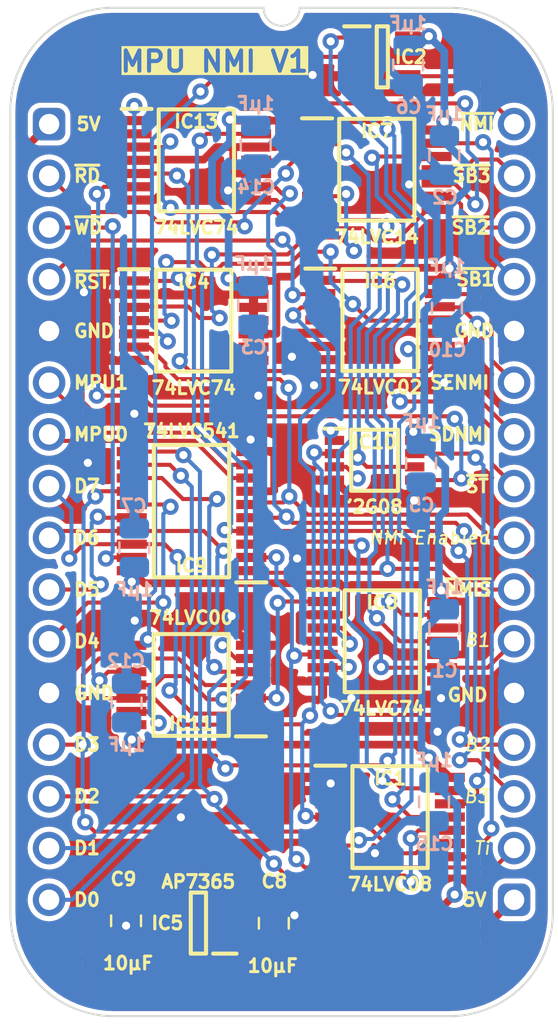
<source format=kicad_pcb>
(kicad_pcb (version 20240108) (generator "pcbnew") (generator_version "8.0")
  (title_block (title "MPU NMI") (date "2024-02-22") (rev "V1"))
  (layers (0 "F.Cu" signal) (31 "B.Cu" signal) (34 "B.Paste" user) (35 "F.Paste" user) (36 "B.SilkS" user "B.Silkscreen") (37 "F.SilkS" user "F.Silkscreen") (38 "B.Mask" user) (39 "F.Mask" user) (44 "Edge.Cuts" user))
  (net 0 "")
  (net 1 "GND")
  (net 2 "5V")
  (net 3 "/3.3V")
  (net 5 "D5")
  (net 6 "/NMI State·WD")
  (net 7 "D4")
  (net 8 "~{NMI}")
  (net 9 "NMI Enabled")
  (net 10 "/Write Enable NMI")
  (net 11 "Set Disable NMI")
  (net 12 "Set Enable NMI")
  (net 13 "~{NMI State}")
  (net 14 "~{WD}")
  (net 15 "~{Set Timer}")
  (net 16 "~{Set Break}_{2}")
  (net 18 "~{Set Break}_{3}")
  (net 19 "~{Set Break}_{1}")
  (net 22 "/Set Timer")
  (net 23 "/Set Break_{1}")
  (net 24 "~{Reset}")
  (net 25 "/Write Disable NMI")
  (net 26 "/~{Unmasked NMI}")
  (net 27 "/~{Timer}·~{Break}_{1}")
  (net 28 "/~{Break}_{2}·~{Break}_{3}")
  (net 29 "/Set Break_{2}")
  (net 30 "/Set Break_{3}")
  (net 31 "/NMI Mask")
  (net 32 "/~{Disable NMI}")
  (net 33 "/~{Enable NMI}")
  (net 34 "Break_{1}")
  (net 36 "Timer")
  (net 37 "D3")
  (net 38 "/~{Clear Timer}")
  (net 39 "D2")
  (net 40 "/~{Timer}")
  (net 41 "/~{Break}_{1}")
  (net 42 "MPU0")
  (net 43 "D1")
  (net 44 "/~{Clear Break}_{1}")
  (net 45 "D7")
  (net 46 "MPU1")
  (net 47 "/~{Break}_{2}")
  (net 48 "/~{Break}_{3}")
  (net 49 "/~{Clear Break}_{2}")
  (net 50 "/~{Clear Break}_{3}")
  (net 51 "Break_{3}")
  (net 52 "Break_{2}")
  (net 53 "~{RD}")
  (net 54 "D0")
  (net 55 "D6")
  (net 56 "/~{Reset}_{2}")
  (net 57 "/Reset")
  (footprint "SamacSys_Parts:SOP65P640X110-14N" (layer "F.Cu") (at 96.012 68.072)
    (property "Reference" "IC4")
    (property "Value" "74LVC74APW,118" (hide yes))
  )
  (footprint "SamacSys_Parts:SOP65P640X110-14N" (layer "F.Cu") (at 105.283 83.82)
    (property "Reference" "IC8")
    (property "Value" "74LVC74APW,118" (hide yes))
  )
  (footprint "SamacSys_Parts:SOP65P640X110-14N" (layer "F.Cu") (at 95.885 85.968 180)
    (property "Reference" "IC11")
    (property "Value" "74LVC00APW,112" (hide yes))
  )
  (footprint "SamacSys_Parts:C_0805" (layer "F.Cu") (at 99.949 97.6884)
    (property "Reference" "C8")
    (property "Value" "10µF")
  )
  (footprint "SamacSys_Parts:SOP65P640X110-14N" (layer "F.Cu") (at 105.664 92.456)
    (property "Reference" "IC1")
    (property "Value" "74LVC08APW,112" (hide yes))
  )
  (footprint "SamacSys_Parts:SOP65P400X110-8N" (layer "F.Cu") (at 104.902 74.93)
    (property "Reference" "IC10")
    (property "Value" "74LVC2G08DP-Q100H" (hide yes))
  )
  (footprint "SamacSys_Parts:C_0805" (layer "F.Cu") (at 92.6846 97.536 180)
    (property "Reference" "C9")
    (property "Value" "10µF")
  )
  (footprint "SamacSys_Parts:SOT95P285X130-5N" (layer "F.Cu") (at 96.2406 97.663 180)
    (property "Reference" "IC5")
    (property "Value" "AP7365-33WG-7" (hide yes))
  )
  (footprint "SamacSys_Parts:SOT95P275X110-5N" (layer "F.Cu") (at 105.283 55.118)
    (property "Reference" "IC2")
    (property "Value" "74LVC1G32GV,125" (hide yes))
  )
  (footprint "SamacSys_Parts:SOP65P640X110-20N" (layer "F.Cu") (at 95.902 77.429 180)
    (property "Reference" "IC9")
    (property "Value" "74LVC541APW,118" (hide yes))
  )
  (footprint "SamacSys_Parts:DIP-32_Board_W22.86mm" (layer "F.Cu") (at 88.9 58.42)
    (property "Reference" "J2" (hide yes))
    (property "Value" "Conn_02x16_Counter_Clockwise" (hide yes))
    (fp_line (start -1.905 -0.635) (end -1.905 38.735) (stroke (width 0.1)) (layer "Edge.Cuts"))
    (fp_line (start 10.541 -5.715) (end 3.175 -5.715) (stroke (width 0.1)) (layer "Edge.Cuts"))
    (fp_line (start 19.685 -5.715) (end 12.319 -5.715) (stroke (width 0.1)) (layer "Edge.Cuts"))
    (fp_line (start 19.685 43.815) (end 3.175 43.815) (stroke (width 0.1)) (layer "Edge.Cuts"))
    (fp_line (start 24.765 38.735) (end 24.765 -0.635) (stroke (width 0.1)) (layer "Edge.Cuts"))
    (fp_arc (start -1.905 -0.635) (mid -0.417102 -4.227102) (end 3.175 -5.715) (stroke (width 0.1)) (layer "Edge.Cuts"))
    (fp_arc (start 3.175 43.815) (mid -0.417102 42.327102) (end -1.905 38.735) (stroke (width 0.1)) (layer "Edge.Cuts"))
    (fp_arc (start 12.319 -5.715) (mid 11.43 -4.826) (end 10.541 -5.715) (stroke (width 0.1)) (layer "Edge.Cuts"))
    (fp_arc (start 19.685 -5.715) (mid 23.277102 -4.227102) (end 24.765 -0.635) (stroke (width 0.1)) (layer "Edge.Cuts"))
    (fp_arc (start 24.765 38.735) (mid 23.277102 42.327102) (end 19.685 43.815) (stroke (width 0.1)) (layer "Edge.Cuts"))
  )
  (footprint "SamacSys_Parts:SOP65P640X110-14N" (layer "F.Cu") (at 96.139 60.198)
    (property "Reference" "IC13")
    (property "Value" "74LVC74APW,118" (hide yes))
  )
  (footprint "SamacSys_Parts:SOP65P640X110-14N" (layer "F.Cu") (at 105.173 68.042)
    (property "Reference" "IC6")
    (property "Value" "74LVC02APW,118" (hide yes))
  )
  (footprint "SamacSys_Parts:SOP65P640X110-14N" (layer "F.Cu") (at 105.012 60.661)
    (property "Reference" "IC7")
    (property "Value" "74LVC14APW,118" (hide yes))
  )
  (footprint "SamacSys_Parts:C_0805" (layer "B.Cu") (at 107.823 91.694)
    (property "Reference" "C15")
    (property "Value" "1μF")
  )
  (footprint "SamacSys_Parts:C_0805" (layer "B.Cu") (at 107.188 75.057)
    (property "Reference" "C5")
    (property "Value" "1μF")
  )
  (footprint "SamacSys_Parts:PinHeader_1x16_P2.54mm_Vertical" (layer "B.Cu") (at 111.76 58.42 180)
    (property "Reference" "J1" (hide yes))
    (property "Value" "Pin_Header_01x16")
  )
  (footprint "SamacSys_Parts:C_0805" (layer "B.Cu") (at 108.458 67.437)
    (property "Reference" "C10")
    (property "Value" "1μF")
  )
  (footprint "SamacSys_Parts:C_0805" (layer "B.Cu") (at 108.331 83.185)
    (property "Reference" "C1")
    (property "Value" "1μF")
  )
  (footprint "SamacSys_Parts:C_0805" (layer "B.Cu") (at 108.331 59.944)
    (property "Reference" "C2")
    (property "Value" "1μF")
  )
  (footprint "SamacSys_Parts:C_0805" (layer "B.Cu") (at 106.553 55.499)
    (property "Reference" "C6")
    (property "Value" "1μF")
  )
  (footprint "SamacSys_Parts:C_0805" (layer "B.Cu") (at 98.933 67.31)
    (property "Reference" "C3")
    (property "Value" "1μF")
  )
  (footprint "SamacSys_Parts:PinHeader_1x16_P2.54mm_Vertical" (layer "B.Cu") (at 88.9 58.42 180)
    (property "Reference" "J3" (hide yes))
    (property "Value" "Pin_Header_01x16")
  )
  (footprint "SamacSys_Parts:C_0805" (layer "B.Cu") (at 99.06 59.436)
    (property "Reference" "C14")
    (property "Value" "1μF")
  )
  (footprint "SamacSys_Parts:C_0805" (layer "B.Cu") (at 93.091 79.248 180)
    (property "Reference" "C7")
    (property "Value" "1μF")
  )
  (footprint "SamacSys_Parts:C_0805" (layer "B.Cu") (at 92.71 86.868 180)
    (property "Reference" "C12")
    (property "Value" "1μF")
  )
  (gr_text "5V" (at 90.17 58.42 0) (layer "F.SilkS") (effects (font (size 0.635 0.635)) (justify left)))
  (gr_text "D1" (at 90.043 93.98 0) (layer "F.SilkS") (effects (font (size 0.635 0.635)) (justify left)))
  (gr_text "5V" (at 110.49 96.52 0) (layer "F.SilkS") (effects (font (size 0.635 0.635)) (justify right)))
  (gr_text "NMI Enabled" (at 110.6424 78.74 0) (layer "F.SilkS") (effects (font (size 0.635 0.635) (thickness 0.1) (italic yes)) (justify right)))
  (gr_text "~{ST}" (at 110.5916 76.2 0) (layer "F.SilkS") (effects (font (size 0.635 0.635)) (justify right)))
  (gr_text "~{SB1}" (at 110.871 66.04 0) (layer "F.SilkS") (effects (font (size 0.635 0.635)) (justify right)))
  (gr_text "D6" (at 90.043 78.74 0) (layer "F.SilkS") (effects (font (size 0.635 0.635)) (justify left)))
  (gr_text "B3" (at 110.617 91.44 0) (layer "F.SilkS") (effects (font (size 0.635 0.635) (thickness 0.1) (italic yes)) (justify right)))
  (gr_text "B1" (at 110.6424 83.7692 0) (layer "F.SilkS") (effects (font (size 0.635 0.635) (thickness 0.1) (italic yes)) (justify right)))
  (gr_text "Ti" (at 110.6424 93.98 0) (layer "F.SilkS") (effects (font (size 0.635 0.635) (thickness 0.1) (italic yes)) (justify right)))
  (gr_text "GND" (at 110.871 68.58 0) (layer "F.SilkS") (effects (font (size 0.635 0.635)) (justify right)))
  (gr_text "GND" (at 90.043 86.36 0) (layer "F.SilkS") (effects (font (size 0.635 0.635)) (justify left)))
  (gr_text "D4" (at 90.043 83.82 0) (layer "F.SilkS") (effects (font (size 0.635 0.635)) (justify left)))
  (gr_text "D0" (at 90.043 96.52 0) (layer "F.SilkS") (effects (font (size 0.635 0.635)) (justify left)))
  (gr_text "SENMI" (at 110.617 71.12 0) (layer "F.SilkS") (effects (font (size 0.635 0.635)) (justify right)))
  (gr_text "D7" (at 90.043 76.2 0) (layer "F.SilkS") (effects (font (size 0.635 0.635)) (justify left)))
  (gr_text "B2" (at 110.6424 88.9 0) (layer "F.SilkS") (effects (font (size 0.635 0.635) (thickness 0.1) (italic yes)) (justify right)))
  (gr_text "MPU0" (at 90.043 73.66 0) (layer "F.SilkS") (effects (font (size 0.635 0.635)) (justify left)))
  (gr_text "D5" (at 90.043 81.28 0) (layer "F.SilkS") (effects (font (size 0.635 0.635)) (justify left)))
  (gr_text "~{RD}" (at 90.043 60.96 0) (layer "F.SilkS") (effects (font (size 0.635 0.635)) (justify left)))
  (gr_text "~{SB3}" (at 110.6932 60.96 0) (layer "F.SilkS") (effects (font (size 0.635 0.635)) (justify right)))
  (gr_text "~{SB2}" (at 110.6424 63.5 0) (layer "F.SilkS") (effects (font (size 0.635 0.635)) (justify right)))
  (gr_text "D3" (at 90.043 88.9 0) (layer "F.SilkS") (effects (font (size 0.635 0.635)) (justify left)))
  (gr_text "D2" (at 90.043 91.44 0) (layer "F.SilkS") (effects (font (size 0.635 0.635)) (justify left)))
  (gr_text "~{RST}" (at 90.043 66.167 0) (layer "F.SilkS") (effects (font (size 0.635 0.635)) (justify left)))
  (gr_text "~{NMI}" (at 110.871 58.42 0) (layer "F.SilkS") (effects (font (size 0.635 0.635)) (justify right)))
  (gr_text "MPU1" (at 90.043 71.12 0) (layer "F.SilkS") (effects (font (size 0.635 0.635)) (justify left)))
  (gr_text "MPU NMI V1" (at 97.028 55.9308 0) (layer "F.SilkS" knockout) (effects (font (size 1 1) (thickness 0.2) (bold yes)) (justify bottom)))
  (gr_text "GND" (at 110.5408 86.4616 0) (layer "F.SilkS") (effects (font (size 0.635 0.635)) (justify right)))
  (gr_text "SDNMI" (at 110.617 73.66 0) (layer "F.SilkS") (effects (font (size 0.635 0.635)) (justify right)))
  (gr_text "~{WD}" (at 90.043 63.5 0) (layer "F.SilkS") (effects (font (size 0.635 0.635)) (justify left)))
  (gr_text "~{NMIS}" (at 110.744 81.28 0) (layer "F.SilkS") (effects (font (size 0.635 0.635)) (justify right)))
  (gr_text "GND" (at 90.043 68.58 0) (layer "F.SilkS") (effects (font (size 0.635 0.635)) (justify left)))
  (segment (start 110.109 86.36) (end 108.204 88.265) (width 0.38) (layer "F.Cu") (net 1))
  (segment (start 97.874 83.069) (end 97.874 82.583079) (width 0.38) (layer "F.Cu") (net 1))
  (segment (start 103.762065 86.617073) (end 103.758992 86.614) (width 0.38) (layer "F.Cu") (net 1))
  (segment (start 112.172915 77.47) (end 110.29622 77.47) (width 0.38) (layer "F.Cu") (net 1))
  (segment (start 112.172915 80.01) (end 109.514398 80.01) (width 0.38) (layer "F.Cu") (net 1))
  (segment (start 97.244001 92.468228) (end 95.377 92.468228) (width 0.38) (layer "F.Cu") (net 1))
  (segment (start 94.087771 62.148) (end 94.492084 61.743687) (width 0.38) (layer "F.Cu") (net 1))
  (segment (start 99.9675 76.419) (end 99.9675 74.514) (width 0.38) (layer "F.Cu") (net 1))
  (segment (start 93.074 70.022) (end 91.9565 70.022) (width 0.38) (layer "F.Cu") (net 1))
  (segment (start 108.248 71.037) (end 102.133623 71.037) (width 0.38) (layer "F.Cu") (net 1))
  (segment (start 97.635166 61.743687) (end 97.701231 61.677622) (width 0.38) (layer "F.Cu") (net 1))
  (segment (start 91.799036 83.403) (end 92.515122 83.403) (width 0.38) (layer "F.Cu") (net 1))
  (segment (start 112.95 79.232915) (end 112.95 78.994) (width 0.38) (layer "F.Cu") (net 1))
  (segment (start 102.726 91.156) (end 102.726 91.042) (width 0.38) (layer "F.Cu") (net 1))
  (segment (start 112.95 80.787085) (end 112.172915 80.01) (width 0.38) (layer "F.Cu") (net 1))
  (segment (start 102.616 90.932) (end 102.726 90.822) (width 0.38) (layer "F.Cu") (net 1))
  (segment (start 112.95 85.17) (end 112.95 80.899) (width 0.38) (layer "F.Cu") (net 1))
  (segment (start 105.346916 62.639) (end 106.602544 61.383372) (width 0.38) (layer "F.Cu") (net 1))
  (segment (start 111.76 86.36) (end 110.109 86.36) (width 0.38) (layer "F.Cu") (net 1))
  (segment (start 101.01303 70.022) (end 100.838 69.84697) (width 0.38) (layer "F.Cu") (net 1))
  (segment (start 98.95 67.422) (end 98.95 68.072) (width 0.38) (layer "F.Cu") (net 1))
  (segment (start 88.9 68.58) (end 90.458 70.138) (width 0.38) (layer "F.Cu") (net 1))
  (segment (start 101.1005 68.722) (end 100.838 68.9845) (width 0.38) (layer "F.Cu") (net 1))
  (segment (start 102.218 70.022) (end 101.01303 70.022) (width 0.38) (layer "F.Cu") (net 1))
  (segment (start 108.204 88.265) (end 107.998 88.265) (width 0.38) (layer "F.Cu") (net 1))
  (segment (start 92.6846 98.502) (end 92.6846 97.790016) (width 0.38) (layer "F.Cu") (net 1))
  (segment (start 99.0084 97.663) (end 99.949 96.7224) (width 0.38) (layer "F.Cu") (net 1))
  (segment (start 101.247 79.911) (end 101.092 79.756) (width 0.38) (layer "F.Cu") (net 1))
  (segment (start 104.594229 79.911) (end 101.247 79.911) (width 0.38) (layer "F.Cu") (net 1))
  (segment (start 88.9 86.302036) (end 91.799036 83.403) (width 0.38) (layer "F.Cu") (net 1))
  (segment (start 102.235 68.692) (end 102.235 68.042) (width 0.38) (layer "F.Cu") (net 1))
  (segment (start 109.73022 76.904) (end 106.846327 76.904) (width 0.38) (layer "F.Cu") (net 1))
  (segment (start 112.172915 80.01) (end 112.95 79.232915) (width 0.38) (layer "F.Cu") (net 1))
  (segment (start 105.074211 76.904) (end 106.846327 76.904) (width 0.38) (layer "F.Cu") (net 1))
  (segment (start 92.515122 83.403) (end 93.11029 82.807832) (width 0.38) (layer "F.Cu") (net 1))
  (segment (start 111.76 86.36) (end 112.95 85.17) (width 0.38) (layer "F.Cu") (net 1))
  (segment (start 108.700793 80.165846) (end 107.782947 79.248) (width 0.38) (layer "F.Cu") (net 1))
  (segment (start 99.9325 76.454) (end 99.9675 76.419) (width 0.38) (layer "F.Cu") (net 1))
  (segment (start 105.05521 76.885) (end 105.074211 76.904) (width 0.38) (layer "F.Cu") (net 1))
  (segment (start 93.074 66.772) (end 90.71 66.772) (width 0.38) (layer "F.Cu") (net 1))
  (segment (start 99.9675 74.514) (end 99.9575 74.504) (width 0.38) (layer "F.Cu") (net 1))
  (segment (start 109.358552 80.165846) (end 108.700793 80.165846) (width 0.38) (layer "F.Cu") (net 1))
  (segment (start 90.458 72.082229) (end 91.019771 72.644) (width 0.38) (layer "F.Cu") (net 1))
  (segment (start 93.084769 66.782769) (end 98.939231 66.782769) (width 0.38) (layer "F.Cu") (net 1))
  (segment (start 91.9565 70.022) (end 90.5145 68.58) (width 0.38) (layer "F.Cu") (net 1))
  (segment (start 90.5145 68.58) (end 88.9 68.58) (width 0.38) (layer "F.Cu") (net 1))
  (segment (start 110.29622 77.47) (end 109.73022 76.904) (width 0.38) (layer "F.Cu") (net 1))
  (segment (start 102.133623 71.037) (end 101.923623 71.247) (width 0.38) (layer "F.Cu") (net 1))
  (segment (start 112.95 78.247085) (end 112.172915 77.47) (width 0.38) (layer "F.Cu") (net 1))
  (segment (start 98.84 74.475) (end 98.84 73.948002) (width 0.38) (layer "F.Cu") (net 1))
  (segment (start 93.074 70.722) (end 94.109857 71.757857) (width 0.38) (layer "F.Cu") (net 1))
  (segment (start 94.109857 71.757857) (end 99.190327 71.757857) (width 0.38) (layer "F.Cu") (net 1))
  (segment (start 98.95 67.422) (end 98.95 66.772) (width 0.38) (layer "F.Cu") (net 1))
  (segment (start 97.916998 73.025) (end 93.472 73.025) (width 0.38) (layer "F.Cu") (net 1))
  (segment (start 104.033 56.068) (end 101.914992 56.068) (width 0.38) (layer "F.Cu") (net 1))
  (segment (start 93.201 62.148) (end 94.087771 62.148) (width 0.38) (layer "F.Cu") (net 1))
  (segment (start 105.257229 79.248) (end 104.594229 79.911) (width 0.38) (layer "F.Cu") (net 1))
  (segment (start 101.568 68.722) (end 101.1005 68.722) (width 0.38) (layer "F.Cu") (net 1))
  (segment (start 91.019771 72.644) (end 93.091 72.644) (width 0.38) (layer "F.Cu") (net 1))
  (segment (start 102.164 62.639) (end 105.346916 62.639) (width 0.38) (layer "F.Cu") (net 1))
  (segment (start 90.71 66.772) (end 90.613 66.675) (width 0.38) (layer "F.Cu") (net 1))
  (segment (start 101.914992 56.068) (end 101.853992 56.007) (width 0.38) (layer "F.Cu") (net 1))
  (segment (start 112.95 78.994) (end 112.95 78.247085) (width 0.38) (layer "F.Cu") (net 1))
  (segment (start 98.806 73.914002) (end 97.916998 73.025) (width 0.38) (layer "F.Cu") (net 1))
  (segment (start 103.907 76.885) (end 105.05521 76.885) (width 0.38) (layer "F.Cu") (net 1))
  (segment (start 102.671 91.141) (end 98.571229 91.141) (width 0.38) (layer "F.Cu") (net 1))
  (segment (start 107.782947 79.248) (end 105.257229 79.248) (width 0.38) (layer "F.Cu") (net 1))
  (segment (start 109.514398 80.01) (end 109.358552 80.165846) (width 0.38) (layer "F.Cu") (net 1))
  (segment (start 98.571229 91.141) (end 97.244001 92.468228) (width 0.38) (layer "F.Cu") (net 1))
  (segment (start 102.726 90.822) (end 102.726 90.506) (width 0.38) (layer "F.Cu") (net 1))
  (segment (start 100.838 68.9845) (end 100.838 69.84697) (width 0.38) (layer "F.Cu") (net 1))
  (segment (start 98.823 84.018) (end 97.874 83.069) (width 0.38) (layer "F.Cu") (net 1))
  (segment (start 102.914992 85.77) (end 103.758992 86.614) (width 0.38) (layer "F.Cu") (net 1))
  (segment (start 93.074 70.022) (end 93.074 70.722) (width 0.38) (layer "F.Cu") (net 1))
  (segment (start 98.84 73.948002) (end 98.806 73.914002) (width 0.38) (layer "F.Cu") (net 1))
  (segment (start 102.927 75.905) (end 103.907 76.885) (width 0.38) (layer "F.Cu") (net 1))
  (segment (start 100.457 96.774) (end 100.965 97.282) (width 0.38) (layer "F.Cu") (net 1))
  (segment (start 93.11029 82.807832) (end 97.649247 82.807832) (width 0.38) (layer "F.Cu") (net 1))
  (segment (start 92.6846 97.790016) (end 92.684616 97.79) (width 0.38) (layer "F.Cu") (net 1))
  (segment (start 99.9575 74.504) (end 98.84 74.504) (width 0.38) (layer "F.Cu") (net 1))
  (segment (start 108.331 71.12) (end 108.248 71.037) (width 0.38) (layer "F.Cu") (net 1))
  (segment (start 102.726 94.406) (end 104.744824 94.406) (width 0.38) (layer "F.Cu") (net 1))
  (segment (start 97.649247 82.807832) (end 97.874 82.583079) (width 0.38) (layer "F.Cu") (net 1))
  (segment (start 104.744824 94.406) (end 104.919824 94.231) (width 0.38) (layer "F.Cu") (net 1))
  (segment (start 93.472 73.025) (end 93.091 72.644) (width 0.38) (layer "F.Cu") (net 1))
  (segment (start 94.492084 61.743687) (end 97.635166 61.743687) (width 0.38) (layer "F.Cu") (net 1))
  (segment (start 97.5406 97.663) (end 99.0084 97.663) (width 0.38) (layer "F.Cu") (net 1))
  (segment (start 102.726 91.042) (end 102.616 90.932) (width 0.38) (layer "F.Cu") (net 1))
  (segment (start 90.458 70.138) (end 90.458 72.082229) (width 0.38) (layer "F.Cu") (net 1))
  (segment (start 98.84 76.454) (end 99.9325 76.454) (width 0.38) (layer "F.Cu") (net 1))
  (segment (start 108.169013 86.617073) (end 103.762065 86.617073) (width 0.38) (layer "F.Cu") (net 1))
  (segment (start 102.891824 85.77) (end 102.914992 85.77) (width 0.38) (layer "F.Cu") (net 1))
  (segment (start 112.95 80.899) (end 112.95 80.787085) (width 0.38) (layer "F.Cu") (net 1))
  (via (at 90.805 75.057) (size 0.8) (drill 0.4) (layers "F.Cu" "B.Cu") (net 1))
  (via (at 101.923623 71.247) (size 0.8) (drill 0.4) (layers "F.Cu" "B.Cu") (net 1))
  (via (at 97.874 82.583079) (size 0.8) (drill 0.4) (layers "F.Cu" "B.Cu") (net 1))
  (via (at 101.853992 56.007) (size 0.8) (drill 0.4) (layers "F.Cu" "B.Cu") (net 1))
  (via (at 90.613 66.675) (size 0.8) (drill 0.4) (layers "F.Cu" "B.Cu") (net 1))
  (via (at 101.092 79.756) (size 0.8) (drill 0.4) (layers "F.Cu" "B.Cu") (net 1))
  (via (at 92.684616 97.79) (size 0.8) (drill 0.4) (layers "F.Cu" "B.Cu") (net 1))
  (via (at 104.919824 94.231) (size 0.8) (drill 0.4) (layers "F.Cu" "B.Cu") (net 1))
  (via (at 97.701231 61.677622) (size 0.8) (drill 0.4) (layers "F.Cu" "B.Cu") (net 1))
  (via (at 103.758992 86.614) (size 0.8) (drill 0.4) (layers "F.Cu" "B.Cu") (net 1))
  (via (at 107.998 88.265) (size 0.8) (drill 0.4) (layers "F.Cu" "B.Cu") (net 1))
  (via (at 106.602544 61.383372) (size 0.8) (drill 0.4) (layers "F.Cu" "B.Cu") (net 1))
  (via (at 108.169013 86.617073) (size 0.8) (drill 0.4) (layers "F.Cu" "B.Cu") (net 1))
  (via (at 106.846327 76.904) (size 0.8) (drill 0.4) (layers "F.Cu" "B.Cu") (net 1))
  (via (at 100.965 97.282) (size 0.8) (drill 0.4) (layers "F.Cu" "B.Cu") (net 1))
  (via (at 99.190327 71.757857) (size 0.8) (drill 0.4) (layers "F.Cu" "B.Cu") (net 1))
  (via (at 93.091 72.644) (size 0.8) (drill 0.4) (layers "F.Cu" "B.Cu") (net 1))
  (via (at 93.11029 82.807832) (size 0.8) (drill 0.4) (layers "F.Cu" "B.Cu") (net 1))
  (via (at 102.743 90.805) (size 0.8) (drill 0.4) (layers "F.Cu" "B.Cu") (net 1))
  (via (at 100.838 69.84697) (size 0.8) (drill 0.4) (layers "F.Cu" "B.Cu") (net 1))
  (via (at 98.806 73.914002) (size 0.8) (drill 0.4) (layers "F.Cu" "B.Cu") (net 1))
  (via (at 95.377 92.468228) (size 0.8) (drill 0.4) (layers "F.Cu" "B.Cu") (net 1))
  (via (at 108.331 71.12) (size 0.8) (drill 0.4) (layers "F.Cu" "B.Cu") (net 1))
  (segment (start 101.853992 58.412233) (end 101.853992 56.007) (width 0.38) (layer "B.Cu") (net 1))
  (segment (start 103.30092 53.38992) (end 102.415771 53.38992) (width 0.38) (layer "B.Cu") (net 1))
  (segment (start 107.216 59.736447) (end 108.331 60.851447) (width 0.38) (layer "B.Cu") (net 1))
  (segment (start 108.331 60.91) (end 107.075916 60.91) (width 0.38) (layer "B.Cu") (net 1))
  (segment (start 107.188 76.023) (end 107.188 76.562327) (width 0.38) (layer "B.Cu") (net 1))
  (segment (start 111.76 68.58) (end 112.95 69.77) (width 0.38) (layer "B.Cu") (net 1))
  (segment (start 107.075916 60.91) (end 106.602544 61.383372) (width 0.38) (layer "B.Cu") (net 1))
  (segment (start 107.808273 92.674727) (end 106.3774 92.674727) (width 0.38) (layer "B.Cu") (net 1))
  (segment (start 107.216 57.128) (end 107.216 59.736447) (width 0.38) (layer "B.Cu") (net 1))
  (segment (start 108.331 86.455086) (end 108.169013 86.617073) (width 0.38) (layer "B.Cu") (net 1))
  (segment (start 109.347 67.437) (end 110.617 67.437) (width 0.38) (layer "B.Cu") (net 1))
  (segment (start 99.190327 73.529675) (end 99.190327 71.757857) (width 0.38) (layer "B.Cu") (net 1))
  (segment (start 99.06 60.69618) (end 98.078558 61.677622) (width 0.38) (layer "B.Cu") (net 1))
  (segment (start 107.188 76.562327) (end 106.846327 76.904) (width 0.38) (layer "B.Cu") (net 1))
  (segment (start 108.458 70.993) (end 108.331 71.12) (width 0.38) (layer "B.Cu") (net 1))
  (segment (start 99.1035 77.356692) (end 99.1035 74.211502) (width 0.38) (layer "B.Cu") (net 1))
  (segment (start 112.95 69.77) (end 112.95 85.17) (width 0.38) (layer "B.Cu") (net 1))
  (segment (start 92.71 83.208122) (end 93.11029 82.807832) (width 0.38) (layer "B.Cu") (net 1))
  (segment (start 95.377 95.097616) (end 97.561384 97.282) (width 0.38) (layer "B.Cu") (net 1))
  (segment (start 106.3774 92.674727) (end 104.919824 94.132303) (width 0.38) (layer "B.Cu") (net 1))
  (segment (start 100.838 70.161377) (end 101.923623 71.247) (width 0.38) (layer "B.Cu") (net 1))
  (segment (start 101.853992 53.951699) (end 101.853992 56.007) (width 0.38) (layer "B.Cu") (net 1))
  (segment (start 87.71 85.17) (end 88.9 86.36) (width 0.38) (layer "B.Cu") (net 1))
  (segment (start 104.919824 94.132303) (end 104.919824 94.231) (width 0.38) (layer "B.Cu") (net 1))
  (segment (start 92.684616 97.79) (end 93.573616 96.901) (width 0.38) (layer "B.Cu") (net 1))
  (segment (start 108.169013 86.617073) (end 108.169013 88.093987) (width 0.38) (layer "B.Cu") (net 1))
  (segment (start 88.9 68.58) (end 90.613 66.867) (width 0.38) (layer "B.Cu") (net 1))
  (segment (start 98.933 68.276) (end 99.274 68.617) (width 0.38) (layer "B.Cu") (net 1))
  (segment (start 98.078558 61.677622) (end 97.701231 61.677622) (width 0.38) (layer "B.Cu") (net 1))
  (segment (start 108.458 68.326) (end 109.347 67.437) (width 0.38) (layer "B.Cu") (net 1))
  (segment (start 99.1035 74.211502) (end 98.806 73.914002) (width 0.38) (layer "B.Cu") (net 1))
  (segment (start 102.743 89.662) (end 103.758992 88.646008) (width 0.38) (layer "B.Cu") (net 1))
  (segment (start 90.613 66.867) (end 90.613 66.675) (width 0.38) (layer "B.Cu") (net 1))
  (segment (start 103.758992 88.646008) (end 103.758992 86.614) (width 0.38) (layer "B.Cu") (net 1))
  (segment (start 101.092 79.756) (end 101.092 79.345192) (width 0.38) (layer "B.Cu") (net 1))
  (segment (start 93.091 78.282) (end 93.091 72.644) (width 0.38) (layer "B.Cu") (net 1))
  (segment (start 108.331 84.151) (end 108.331 86.455086) (width 0.38) (layer "B.Cu") (net 1))
  (segment (start 100.838 69.84697) (end 100.838 70.161377) (width 0.38) (layer "B.Cu") (net 1))
  (segment (start 88.9 68.58) (end 87.71 69.77) (width 0.38) (layer "B.Cu") (net 1))
  (segment (start 110.617 67.437) (end 111.76 68.58) (width 0.38) (layer "B.Cu") (net 1))
  (segment (start 95.377 95.097616) (end 95.377 92.468228) (width 0.38) (layer "B.Cu") (net 1))
  (segment (start 108.169013 88.093987) (end 107.998 88.265) (width 0.38) (layer "B.Cu") (net 1))
  (segment (start 102.743 90.805) (end 102.743 89.662) (width 0.38) (layer "B.Cu") (net 1))
  (segment (start 98.806 73.914002) (end 99.190327 73.529675) (width 0.38) (layer "B.Cu") (net 1))
  (segment (start 106.376 56.465) (end 103.30092 53.38992) (width 0.38) (layer "B.Cu") (net 1))
  (segment (start 108.458 68.403) (end 108.458 70.993) (width 0.38) (layer "B.Cu") (net 1))
  (segment (start 106.553 56.465) (end 107.216 57.128) (width 0.38) (layer "B.Cu") (net 1))
  (segment (start 112.95 85.17) (end 111.76 86.36) (width 0.38) (layer "B.Cu") (net 1))
  (segment (start 102.415771 53.38992) (end 101.853992 53.951699) (width 0.38) (layer "B.Cu") (net 1))
  (segment (start 99.06 60.402) (end 99.864225 60.402) (width 0.38) (layer "B.Cu") (net 1))
  (segment (start 99.274 71.674184) (end 99.190327 71.757857) (width 0.38) (layer "B.Cu") (net 1))
  (segment (start 99.274 68.617) (end 99.274 71.674184) (width 0.38) (layer "B.Cu") (net 1))
  (segment (start 97.561384 97.282) (end 100.965 97.282) (width 0.38) (layer "B.Cu") (net 1))
  (segment (start 92.71 85.902) (end 92.71 83.208122) (width 0.38) (layer "B.Cu") (net 1))
  (segment (start 99.864225 60.402) (end 101.853992 58.412233) (width 0.38) (layer "B.Cu") (net 1))
  (segment (start 87.71 69.77) (end 87.71 85.17) (width 0.38) (layer "B.Cu") (net 1))
  (segment (start 93.573616 96.901) (end 95.377 95.097616) (width 0.38) (layer "B.Cu") (net 1))
  (segment (start 101.092 79.345192) (end 99.1035 77.356692) (width 0.38) (layer "B.Cu") (net 1))
  (segment (start 88.9 58.42) (end 87.652619 59.667381) (width 0.38) (layer "F.Cu") (net 2))
  (segment (start 99.949 98.6224) (end 97.55 98.6224) (width 0.38) (layer "F.Cu") (net 2))
  (segment (start 108.7882 99.441) (end 111.7092 96.52) (width 0.38) (layer "F.Cu") (net 2))
  (segment (start 89.994 99.392) (end 99.1794 99.392) (width 0.38) (layer "F.Cu") (net 2))
  (segment (start 96.6826 98.613) (end 97.5406 98.613) (width 0.38) (layer "F.Cu") (net 2))
  (segment (start 96.5756 96.723) (end 96.5756 98.506) (width 0.38) (layer "F.Cu") (net 2))
  (segment (start 96.5856 96.713) (end 96.5756 96.723) (width 0.38) (layer "F.Cu") (net 2))
  (segment (start 97.5406 96.713) (end 96.5856 96.713) (width 0.38) (layer "F.Cu") (net 2))
  (segment (start 99.949 98.6224) (end 100.7676 99.441) (width 0.38) (layer "F.Cu") (net 2))
  (segment (start 87.652619 59.667381) (end 87.652619 97.050619) (width 0.38) (layer "F.Cu") (net 2))
  (segment (start 99.949 98.6224) (end 99.1794 99.392) (width 0.38) (layer "F.Cu") (net 2))
  (segment (start 100.7676 99.441) (end 108.7882 99.441) (width 0.38) (layer "F.Cu") (net 2))
  (segment (start 89.994 99.392) (end 87.652619 97.050619) (width 0.38) (layer "F.Cu") (net 2))
  (segment (start 96.5756 98.506) (end 96.6826 98.613) (width 0.38) (layer "F.Cu") (net 2))
  (segment (start 104.079801 95.8324) (end 105.049401 96.802) (width 0.38) (layer "F.Cu") (net 3))
  (segment (start 97.9845 59.548) (end 98.298 59.548) (width 0.38) (layer "F.Cu") (net 3))
  (segment (start 92.964 80.354) (end 92.964 80.899) (width 0.38) (layer "F.Cu") (net 3))
  (segment (start 108.555 65.477) (end 108.585 65.507) (width 0.38) (layer "F.Cu") (net 3))
  (segment (start 108.221 81.87) (end 108.221 81.368968) (width 0.38) (layer "F.Cu") (net 3))
  (segment (start 96.4997 60.163687) (end 97.115387 59.548) (width 0.38) (layer "F.Cu") (net 3))
  (segment (start 99.077 58.248) (end 100.1945 58.248) (width 0.38) (layer "F.Cu") (net 3))
  (segment (start 100.203 65.913) (end 100.851089 65.913) (width 0.38) (layer "F.Cu") (net 3))
  (segment (start 103.505 81.2875) (end 103.7385 81.054) (width 0.38) (layer "F.Cu") (net 3))
  (segment (start 92.964 80.899) (end 92.964004 80.899004) (width 0.38) (layer "F.Cu") (net 3))
  (segment (start 101.287089 65.477) (end 108.555 65.477) (width 0.38) (layer "F.Cu") (net 3))
  (segment (start 98.95 68.722) (end 100.0675 68.722) (width 0.38) (layer "F.Cu") (net 3))
  (segment (start 109.3135 83.17) (end 108.221 83.17) (width 0.38) (layer "F.Cu") (net 3))
  (segment (start 108.094 65.998) (end 108.585 65.507) (width 0.38) (layer "F.Cu") (net 3))
  (segment (start 103.4625 82.52) (end 103.505 82.4775) (width 0.38) (layer "F.Cu") (net 3))
  (segment (start 97.9495 60.838) (end 97.9495 59.583) (width 0.38) (layer "F.Cu") (net 3))
  (segment (start 99.994 66.122) (end 98.95 66.122) (width 0.38) (layer "F.Cu") (net 3))
  (segment (start 97.9495 59.583) (end 97.9845 59.548) (width 0.38) (layer "F.Cu") (net 3))
  (segment (start 108.221 83.17) (end 109.3385 83.17) (width 0.38) (layer "F.Cu") (net 3))
  (segment (start 92.964 80.354) (end 93.579 80.969) (width 0.38) (layer "F.Cu") (net 3))
  (segment (start 92.0735 60.163) (end 92.0735 58.908) (width 0.38) (layer "F.Cu") (net 3))
  (segment (start 93.579 80.969) (end 103.1865 80.969) (width 0.38) (layer "F.Cu") (net 3))
  (segment (start 100.2045 59.376536) (end 100.033036 59.548) (width 0.38) (layer "F.Cu") (net 3))
  (segment (start 109.3485 84.46) (end 109.3385 84.47) (width 0.38) (layer "F.Cu") (net 3))
  (segment (start 108.331 58.358) (end 107.95 58.739) (width 0.38) (layer "F.Cu") (net 3))
  (segment (start 100.0775 68.712) (end 100.0775 66.2055) (width 0.38) (layer "F.Cu") (net 3))
  (segment (start 92.947 87.918) (end 92.947 88.629) (width 0.38) (layer "F.Cu") (net 3))
  (segment (start 92.9296 96.602) (end 94.9406 98.613) (width 0.38) (layer "F.Cu") (net 3))
  (segment (start 97.840002 58.248) (end 97.79 58.197998) (width 0.38) (layer "F.Cu") (net 3))
  (segment (start 97.115387 59.548) (end 98.298 59.548) (width 0.38) (layer "F.Cu") (net 3))
  (segment (start 109.3385 81.87) (end 109.3485 81.88) (width 0.38) (layer "F.Cu") (net 3))
  (segment (start 109.3385 84.47) (end 108.221 84.47) (width 0.38) (layer "F.Cu") (net 3))
  (segment (start 99.077 60.848) (end 97.9595 60.848) (width 0.38) (layer "F.Cu") (net 3))
  (segment (start 102.345 82.52) (end 101.2275 82.52) (width 0.38) (layer "F.Cu") (net 3))
  (segment (start 101.2275 82.52) (end 101.2175 82.53) (width 0.38) (layer "F.Cu") (net 3))
  (segment (start 101.2175 83.785) (end 102.31 83.785) (width 0.38) (layer "F.Cu") (net 3))
  (segment (start 106.807 73.533) (end 106.807 73.885) (width 0.38) (layer "F.Cu") (net 3))
  (segment (start 99.077 58.248) (end 97.840002 58.248) (width 0.38) (layer "F.Cu") (net 3))
  (segment (start 108.602 90.506) (end 107.631 89.535) (width 0.38) (layer "F.Cu") (net 3))
  (segment (start 107.906032 81.054) (end 108.172508 81.320476) (width 0.38) (layer "F.Cu") (net 3))
  (segment (start 93.4542 95.8324) (end 104.079801 95.8324) (width 0.38) (layer "F.Cu") (net 3))
  (segment (start 108.331 58.293) (end 108.331 58.358) (width 0.38) (layer "F.Cu") (net 3))
  (segment (start 103.1865 80.969) (end 103.505 81.2875) (width 0.38) (layer "F.Cu") (net 3))
  (segment (start 99.994 66.122) (end 100.203 65.913) (width 0.38) (layer "F.Cu") (net 3))
  (segment (start 100.0675 68.722) (end 100.0775 68.712) (width 0.38) (layer "F.Cu") (net 3))
  (segment (start 107.569 89.535) (end 106.934 88.9) (width 0.38) (layer "F.Cu") (net 3))
  (segment (start 109.3385 83.17) (end 109.3485 83.18) (width 0.38) (layer "F.Cu") (net 3))
  (segment (start 100.1945 58.248) (end 100.2045 58.258) (width 0.38) (layer "F.Cu") (net 3))
  (segment (start 106.934 88.9) (end 93.218 88.9) (width 0.38) (layer "F.Cu") (net 3))
  (segment (start 107.631 89.535) (end 107.569 89.535) (width 0.38) (layer "F.Cu") (net 3))
  (segment (start 93.166 60.163) (end 92.0735 60.163) (width 0.38) (layer "F.Cu") (net 3))
  (segment (start 92.947 88.629) (end 92.963999 88.645999) (width 0.38) (layer "F.Cu") (net 3))
  (segment (start 100.0775 66.2055) (end 99.994 66.122) (width 0.38) (layer "F.Cu") (net 3))
  (segment (start 108.221 81.368968) (end 108.172508 81.320476) (width 0.38) (layer "F.Cu") (net 3))
  (segment (start 97.9595 60.848) (end 97.9495 60.838) (width 0.38) (layer "F.Cu") (net 3))
  (segment (start 93.218 88.9) (end 92.963999 88.645999) (width 0.38) (layer "F.Cu") (net 3))
  (segment (start 109.3485 83.18) (end 109.3485 84.46) (width 0.38) (layer "F.Cu") (net 3))
  (segment (start 109.3485 81.88) (end 109.3485 83.135) (width 0.38) (layer "F.Cu") (net 3))
  (segment (start 103.505 82.4775) (end 103.505 81.2875) (width 0.38) (layer "F.Cu") (net 3))
  (segment (start 106.807 73.885) (end 106.877 73.955) (width 0.38) (layer "F.Cu") (net 3))
  (segment (start 98.298 59.548) (end 99.077 59.548) (width 0.38) (layer "F.Cu") (net 3))
  (segment (start 103.7385 81.054) (end 107.906032 81.054) (width 0.38) (layer "F.Cu") (net 3))
  (segment (start 108.094 66.122) (end 108.094 65.998) (width 0.38) (layer "F.Cu") (net 3))
  (segment (start 98.95 66.122) (end 97.855363 66.122) (width 0.38) (layer "F.Cu") (net 3))
  (segment (start 105.049401 96.802) (end 108.303 96.802) (width 0.38) (layer "F.Cu") (net 3))
  (segment (start 92.0835 58.898) (end 93.201 58.898) (width 0.38) (layer "F.Cu") (net 3))
  (segment (start 100.033036 59.548) (end 99.077 59.548) (width 0.38) (layer "F.Cu") (net 3))
  (segment (start 107.569 54.102) (end 106.599 54.102) (width 0.38) (layer "F.Cu") (net 3))
  (segment (start 109.3485 83.135) (end 109.3135 83.17) (width 0.38) (layer "F.Cu") (net 3))
  (segment (start 92.0735 58.908) (end 92.0835 58.898) (width 0.38) (layer "F.Cu") (net 3))
  (segment (start 97.855363 66.122) (end 97.726132 65.992769) (width 0.38) (layer "F.Cu") (net 3))
  (segment (start 101.2175 82.53) (end 101.2175 83.785) (width 0.38) (layer "F.Cu") (net 3))
  (segment (start 100.2045 58.258) (end 100.2045 59.376536) (width 0.38) (layer "F.Cu") (net 3))
  (segment (start 93.235313 60.163687) (end 96.4997 60.163687) (width 0.38) (layer "F.Cu") (net 3))
  (segment (start 92.6846 96.602) (end 93.4542 95.8324) (width 0.38) (layer "F.Cu") (net 3))
  (segment (start 102.345 82.52) (end 103.4625 82.52) (width 0.38) (layer "F.Cu") (net 3))
  (segment (start 108.303 96.802) (end 108.839 96.266) (width 0.38) (layer "F.Cu") (net 3))
  (segment (start 100.851089 65.913) (end 101.287089 65.477) (width 0.38) (layer "F.Cu") (net 3))
  (segment (start 108.221 81.87) (end 109.3385 81.87) (width 0.38) (layer "F.Cu") (net 3))
  (via (at 97.79 58.197998) (size 0.8) (drill 0.4) (layers "F.Cu" "B.Cu") (net 3))
  (via (at 107.569 89.535) (size 0.8) (drill 0.4) (layers "F.Cu" "B.Cu") (net 3))
  (via (at 108.172508 81.320476) (size 0.8) (drill 0.4) (layers "F.Cu" "B.Cu") (net 3))
  (via (at 108.585 65.507) (size 0.8) (drill 0.4) (layers "F.Cu" "B.Cu") (net 3))
  (via (at 106.807 73.533) (size 0.8) (drill 0.4) (layers "F.Cu" "B.Cu") (net 3))
  (via (at 108.331 58.293) (size 0.8) (drill 0.4) (layers "F.Cu" "B.Cu") (net 3))
  (via (at 97.726132 65.992769) (size 0.8) (drill 0.4) (layers "F.Cu" "B.Cu") (net 3))
  (via (at 92.963999 88.645999) (size 0.8) (drill 0.4) (layers "F.Cu" "B.Cu") (net 3))
  (via (at 108.839 96.266) (size 0.8) (drill 0.4) (layers "F.Cu" "B.Cu") (net 3))
  (via (at 107.569 54.102) (size 0.8) (drill 0.4) (layers "F.Cu" "B.Cu") (net 3))
  (via (at 92.964004 80.899004) (size 0.8) (drill 0.4) (layers "F.Cu" "B.Cu") (net 3))
  (segment (start 92.963999 88.309999) (end 92.963999 88.645999) (width 0.38) (layer "B.Cu") (net 3))
  (segment (start 108.331 82.251) (end 108.331 81.478968) (width 0.38) (layer "B.Cu") (net 3))
  (segment (start 108.966 96.139) (end 108.839 96.266) (width 0.38) (layer "B.Cu") (net 3))
  (segment (start 108.331 54.864) (end 108.331 58.293) (width 0.38) (layer "B.Cu") (net 3))
  (segment (start 106.553 54.565) (end 107.106 54.565) (width 0.38) (layer "B.Cu") (net 3))
  (segment (start 97.79 59.309) (end 96.911229 60.187771) (width 0.38) (layer "B.Cu") (net 3))
  (segment (start 107.823 89.789) (end 107.569 89.535) (width 0.38) (layer "B.Cu") (net 3))
  (segment (start 96.911229 60.187771) (end 96.911229 62.240229) (width 0.38) (layer "B.Cu") (net 3))
  (segment (start 108.458 66.503) (end 107.343 67.618) (width 0.38) (layer "B.Cu") (net 3))
  (segment (start 107.823 90.76) (end 107.823 89.789) (width 0.38) (layer "B.Cu") (net 3))
  (segment (start 107.188 74.123) (end 108.376004 75.311004) (width 0.38) (layer "B.Cu") (net 3))
  (segment (start 107.208 89.084399) (end 107.569 89.445399) (width 0.38) (layer "B.Cu") (net 3))
  (segment (start 108.331 82.251) (end 107.208 83.374) (width 0.38) (layer "B.Cu") (net 3))
  (segment (start 108.966 91.903) (end 108.966 96.139) (width 0.38) (layer "B.Cu") (net 3))
  (segment (start 108.331 59.279903) (end 109.446 60.394903) (width 0.38) (layer "B.Cu") (net 3))
  (segment (start 97.726132 63.055132) (end 97.726132 65.992769) (width 0.38) (layer "B.Cu") (net 3))
  (segment (start 97.79 58.197998) (end 97.79 59.309) (width 0.38) (layer "B.Cu") (net 3))
  (segment (start 107.106 54.565) (end 107.569 54.102) (width 0.38) (layer "B.Cu") (net 3))
  (segment (start 108.331 59.01) (end 108.331 58.293) (width 0.38) (layer "B.Cu") (net 3))
  (segment (start 108.376004 75.311004) (end 108.376004 77.399225) (width 0.38) (layer "B.Cu") (net 3))
  (segment (start 108.376004 77.399225) (end 108.064787 77.710442) (width 0.38) (layer "B.Cu") (net 3))
  (segment (start 108.331 81.478968) (end 108.172508 81.320476) (width 0.38) (layer "B.Cu") (net 3))
  (segment (start 109.446 61.587548) (end 108.585 62.448548) (width 0.38) (layer "B.Cu") (net 3))
  (segment (start 108.585 62.448548) (end 108.585 65.507) (width 0.38) (layer "B.Cu") (net 3))
  (segment (start 107.823 90.76) (end 108.966 91.903) (width 0.38) (layer "B.Cu") (net 3))
  (segment (start 108.064787 77.710442) (end 108.064787 81.212755) (width 0.38) (layer "B.Cu") (net 3))
  (segment (start 109.446 60.394903) (end 109.446 61.587548) (width 0.38) (layer "B.Cu") (net 3))
  (segment (start 97.726132 66.103132) (end 97.726132 65.992769) (width 0.38) (layer "B.Cu") (net 3))
  (segment (start 98.755998 58.197998) (end 97.79 58.197998) (width 0.38) (layer "B.Cu") (net 3))
  (segment (start 107.569 89.445399) (end 107.569 89.535) (width 0.38) (layer "B.Cu") (net 3))
  (segment (start 92.583 87.929) (end 92.963999 88.309999) (width 0.38) (layer "B.Cu") (net 3))
  (segment (start 107.343 72.997) (end 106.807 73.533) (width 0.38) (layer "B.Cu") (net 3))
  (segment (start 108.064787 81.212755) (end 108.172508 81.320476) (width 0.38) (layer "B.Cu") (net 3))
  (segment (start 98.044 66.421) (end 97.726132 66.103132) (width 0.38) (layer "B.Cu") (net 3))
  (segment (start 96.911229 62.240229) (end 97.726132 63.055132) (width 0.38) (layer "B.Cu") (net 3))
  (segment (start 107.208 83.374) (end 107.208 89.084399) (width 0.38) (layer "B.Cu") (net 3))
  (segment (start 107.569 54.102) (end 108.331 54.864) (width 0.38) (layer "B.Cu") (net 3))
  (segment (start 108.585 66.376) (end 108.585 65.507) (width 0.38) (layer "B.Cu") (net 3))
  (segment (start 107.188 74.123) (end 106.807 73.742) (width 0.38) (layer "B.Cu") (net 3))
  (segment (start 92.964004 80.308996) (end 92.964004 80.899004) (width 0.38) (layer "B.Cu") (net 3))
  (segment (start 98.888 66.421) (end 98.044 66.421) (width 0.38) (layer "B.Cu") (net 3))
  (segment (start 106.807 73.742) (end 106.807 73.533) (width 0.38) (layer "B.Cu") (net 3))
  (segment (start 107.343 67.618) (end 107.343 72.997) (width 0.38) (layer "B.Cu") (net 3))
  (segment (start 96.901 91.44) (end 97.028 91.567) (width 0.2) (layer "F.Cu") (net 5))
  (segment (start 100.538 95.331) (end 99.949 94.742) (width 0.2) (layer "F.Cu") (net 5))
  (segment (start 94.44695 75.804) (end 95.47795 76.835) (width 0.2) (layer "F.Cu") (net 5))
  (segment (start 107.072049 93.106) (end 106.683953 93.494096) (width 0.2) (layer "F.Cu") (net 5))
  (segment (start 92.964 75.804) (end 94.44695 75.804) (width 0.2) (layer "F.Cu") (net 5))
  (segment (start 88.9 91.44) (end 96.901 91.44) (width 0.2) (layer "F.Cu") (net 5))
  (segment (start 108.602 93.106) (end 107.072049 93.106) (width 0.2) (layer "F.Cu") (net 5))
  (segment (start 106.68 95.631) (end 106.38 95.331) (width 0.2) (layer "F.Cu") (net 5))
  (segment (start 95.47795 76.835) (end 97.155 76.835) (width 0.2) (layer "F.Cu") (net 5))
  (segment (start 106.38 95.331) (end 100.538 95.331) (width 0.2) (layer "F.Cu") (net 5))
  (via (at 99.949 94.742) (size 0.8) (drill 0.4) (layers "F.Cu" "B.Cu") (net 5))
  (via (at 106.683953 93.494096) (size 0.8) (drill 0.4) (layers "F.Cu" "B.Cu") (net 5))
  (via (at 97.028 91.567) (size 0.8) (drill 0.4) (layers "F.Cu" "B.Cu") (net 5))
  (via (at 106.68 95.631) (size 0.8) (drill 0.4) (layers "F.Cu" "B.Cu") (net 5))
  (via (at 97.155 76.835) (size 0.8) (drill 0.4) (layers "F.Cu" "B.Cu") (net 5))
  (segment (start 96.323 83.477364) (end 96.323 90.862) (width 0.2) (layer "B.Cu") (net 5))
  (segment (start 106.683953 95.627047) (end 106.68 95.631) (width 0.2) (layer "B.Cu") (net 5))
  (segment (start 96.323 90.862) (end 97.028 91.567) (width 0.2) (layer "B.Cu") (net 5))
  (segment (start 97.028 91.567) (end 97.028 91.821) (width 0.2) (layer "B.Cu") (net 5))
  (segment (start 96.774 77.216) (end 96.774 83.026364) (width 0.2) (layer "B.Cu") (net 5))
  (segment (start 96.774 83.026364) (end 96.323 83.477364) (width 0.2) (layer "B.Cu") (net 5))
  (segment (start 106.683953 93.494096) (end 106.683953 95.627047) (width 0.2) (layer "B.Cu") (net 5))
  (segment (start 97.155 76.835) (end 96.774 77.216) (width 0.2) (layer "B.Cu") (net 5))
  (segment (start 97.028 91.821) (end 99.949 94.742) (width 0.2) (layer "B.Cu") (net 5))
  (segment (start 90.568034 85.453966) (end 90.568034 86.504034) (width 0.2) (layer "F.Cu") (net 6))
  (segment (start 90.568034 86.504034) (end 90.682 86.618) (width 0.2) (layer "F.Cu") (net 6))
  (segment (start 107.412 93.756) (end 108.602 93.756) (width 0.2) (layer "F.Cu") (net 6))
  (segment (start 94.062348 86.618) (end 92.947 86.618) (width 0.2) (layer "F.Cu") (net 6))
  (segment (start 106.934 94.234) (end 107.412 93.756) (width 0.2) (layer "F.Cu") (net 6))
  (segment (start 96.56786 85.972011) (end 98.586989 85.972011) (width 0.2) (layer "F.Cu") (net 6))
  (segment (start 102.726 92.456) (end 104.14 92.456) (width 0.2) (layer "F.Cu") (net 6))
  (segment (start 95.263849 84.668) (end 96.56786 85.972011) (width 0.2) (layer "F.Cu") (net 6))
  (segment (start 104.14 92.456) (end 105.918 94.234) (width 0.2) (layer "F.Cu") (net 6))
  (segment (start 90.682 86.618) (end 92.947 86.618) (width 0.2) (layer "F.Cu") (net 6))
  (segment (start 98.839 87.902) (end 101.299998 87.902) (width 0.2) (layer "F.Cu") (net 6))
  (segment (start 101.289111 67.422) (end 100.897947 67.813164) (width 0.2) (layer "F.Cu") (net 6))
  (segment (start 105.918 94.234) (end 106.934 94.234) (width 0.2) (layer "F.Cu") (net 6))
  (segment (start 101.299998 87.902) (end 101.726998 87.475) (width 0.2) (layer "F.Cu") (net 6))
  (segment (start 101.564131 92.456) (end 101.512523 92.404392) (width 0.2) (layer "F.Cu") (net 6))
  (segment (start 92.947 84.668) (end 95.263849 84.668) (width 0.2) (layer "F.Cu") (net 6))
  (segment (start 102.726 92.456) (end 101.564131 92.456) (width 0.2) (layer "F.Cu") (net 6))
  (segment (start 91.354 84.668) (end 90.568034 85.453966) (width 0.2) (layer "F.Cu") (net 6))
  (segment (start 98.823 87.918) (end 95.362348 87.918) (width 0.2) (layer "F.Cu") (net 6))
  (segment (start 92.947 84.668) (end 91.354 84.668) (width 0.2) (layer "F.Cu") (net 6))
  (segment (start 95.362348 87.918) (end 94.062348 86.618) (width 0.2) (layer "F.Cu") (net 6))
  (segment (start 102.218 67.422) (end 101.289111 67.422) (width 0.2) (layer "F.Cu") (net 6))
  (via (at 101.512523 92.404392) (size 0.8) (drill 0.4) (layers "F.Cu" "B.Cu") (net 6))
  (via (at 100.897947 67.813164) (size 0.8) (drill 0.4) (layers "F.Cu" "B.Cu") (net 6))
  (via (at 101.726998 87.475) (size 0.8) (drill 0.4) (layers "F.Cu" "B.Cu") (net 6))
  (segment (start 101.238 72.922573) (end 102.623623 71.53695) (width 0.2) (layer "B.Cu") (net 6))
  (segment (start 101.726998 87.475) (end 101.905 87.296998) (width 0.2) (layer "B.Cu") (net 6))
  (segment (start 101.905 75.616) (end 101.238 74.949) (width 0.2) (layer "B.Cu") (net 6))
  (segment (start 101.346 92.237869) (end 101.512523 92.404392) (width 0.2) (layer "B.Cu") (net 6))
  (segment (start 101.346 87.855998) (end 101.346 92.237869) (width 0.2) (layer "B.Cu") (net 6))
  (segment (start 101.905 87.296998) (end 101.905 75.616) (width 0.2) (layer "B.Cu") (net 6))
  (segment (start 101.238 74.949) (end 101.238 72.922573) (width 0.2) (layer "B.Cu") (net 6))
  (segment (start 102.623623 69.53884) (end 100.897947 67.813164) (width 0.2) (layer "B.Cu") (net 6))
  (segment (start 102.623623 71.53695) (end 102.623623 69.53884) (width 0.2) (layer "B.Cu") (net 6))
  (segment (start 101.726998 87.475) (end 101.346 87.855998) (width 0.2) (layer "B.Cu") (net 6))
  (segment (start 91.136234 93.168234) (end 90.678 92.71) (width 0.2) (layer "F.Cu") (net 7))
  (segment (start 92.964 76.454) (end 91.42891 76.454) (width 0.2) (layer "F.Cu") (net 7))
  (segment (start 90.551 88.9) (end 88.9 88.9) (width 0.2) (layer "F.Cu") (net 7))
  (segment (start 91.42891 76.454) (end 91.175227 76.707683) (width 0.2) (layer "F.Cu") (net 7))
  (segment (start 102.663766 93.168234) (end 91.136234 93.168234) (width 0.2) (layer "F.Cu") (net 7))
  (via (at 90.551 88.9) (size 0.8) (drill 0.4) (layers "F.Cu" "B.Cu") (net 7))
  (via (at 91.175227 76.707683) (size 0.8) (drill 0.4) (layers "F.Cu" "B.Cu") (net 7))
  (via (at 90.678 92.71) (size 0.8) (drill 0.4) (layers "F.Cu" "B.Cu") (net 7))
  (segment (start 90.594 77.28891) (end 91.175227 76.707683) (width 0.2) (layer "B.Cu") (net 7))
  (segment (start 90.551 88.9) (end 90.551 92.583) (width 0.2) (layer "B.Cu") (net 7))
  (segment (start 90.551 92.583) (end 90.678 92.71) (width 0.2) (layer "B.Cu") (net 7))
  (segment (start 90.551 88.9) (end 90.594 88.857) (width 0.2) (layer "B.Cu") (net 7))
  (segment (start 90.594 88.857) (end 90.594 77.28891) (width 0.2) (layer "B.Cu") (net 7))
  (segment (start 106.533 56.068) (end 109.408 56.068) (width 0.2) (layer "F.Cu") (net 8))
  (segment (start 109.408 56.068) (end 111.76 58.42) (width 0.2) (layer "F.Cu") (net 8))
  (segment (start 109.118066 77.604) (end 101.607 77.604) (width 0.2) (layer "F.Cu") (net 9))
  (segment (start 95.220268 70.947) (end 100.247 70.947) (width 0.2) (layer "F.Cu") (net 9))
  (segment (start 94.621207 70.172957) (end 94.621207 70.347939) (width 0.2) (layer "F.Cu") (net 9))
  (segment (start 94.621207 70.347939) (end 95.220268 70.947) (width 0.2) (layer "F.Cu") (net 9))
  (segment (start 100.247 70.947) (end 100.674 71.374) (width 0.2) (layer "F.Cu") (net 9))
  (segment (start 109.125066 77.597) (end 109.118066 77.604) (width 0.2) (layer "F.Cu") (net 9))
  (segment (start 110.617 78.74) (end 109.474 77.597) (width 0.2) (layer "F.Cu") (net 9))
  (segment (start 100.415 77.004) (end 100.711 76.708) (width 0.2) (layer "F.Cu") (net 9))
  (segment (start 93.82025 69.372) (end 94.621207 70.172957) (width 0.2) (layer "F.Cu") (net 9))
  (segment (start 98.94 77.004) (end 100.415 77.004) (width 0.2) (layer "F.Cu") (net 9))
  (segment (start 109.474 77.597) (end 109.125066 77.597) (width 0.2) (layer "F.Cu") (net 9))
  (segment (start 93.074 69.372) (end 93.82025 69.372) (width 0.2) (layer "F.Cu") (net 9))
  (segment (start 111.76 78.74) (end 110.617 78.74) (width 0.2) (layer "F.Cu") (net 9))
  (segment (start 101.607 77.604) (end 100.711 76.708) (width 0.2) (layer "F.Cu") (net 9))
  (via (at 100.711 76.708) (size 0.8) (drill 0.4) (layers "F.Cu" "B.Cu") (net 9))
  (via (at 100.674 71.374) (size 0.8) (drill 0.4) (layers "F.Cu" "B.Cu") (net 9))
  (segment (start 100.711 71.411) (end 100.674 71.374) (width 0.2) (layer "B.Cu") (net 9))
  (segment (start 100.711 76.708) (end 100.711 71.411) (width 0.2) (layer "B.Cu") (net 9))
  (segment (start 108.094 69.372) (end 106.65 69.372) (width 0.2) (layer "F.Cu") (net 10))
  (segment (start 106.65 69.372) (end 106.553 69.469) (width 0.2) (layer "F.Cu") (net 10))
  (segment (start 102.826 93.856) (end 103.869258 93.856) (width 0.2) (layer "F.Cu") (net 10))
  (segment (start 103.869258 93.856) (end 104.133129 93.592129) (width 0.2) (layer "F.Cu") (net 10))
  (via (at 106.553 69.469) (size 0.8) (drill 0.4) (layers "F.Cu" "B.Cu") (net 10))
  (via (at 104.133129 93.592129) (size 0.8) (drill 0.4) (layers "F.Cu" "B.Cu") (net 10))
  (segment (start 106.107 78.273994) (end 106.718001 78.884995) (width 0.2) (layer "B.Cu") (net 10))
  (segment (start 104.194258 93.531) (end 104.133129 93.592129) (width 0.2) (layer "B.Cu") (net 10))
  (segment (start 106.107 73.120009) (end 106.107 78.273994) (width 0.2) (layer "B.Cu") (net 10))
  (segment (start 106.853 72.374009) (end 106.107 73.120009) (width 0.2) (layer "B.Cu") (net 10))
  (segment (start 104.828163 93.531) (end 104.194258 93.531) (width 0.2) (layer "B.Cu") (net 10))
  (segment (start 106.718001 91.641162) (end 104.828163 93.531) (width 0.2) (layer "B.Cu") (net 10))
  (segment (start 106.718001 78.884995) (end 106.718001 91.641162) (width 0.2) (layer "B.Cu") (net 10))
  (segment (start 106.853 69.769) (end 106.853 72.374009) (width 0.2) (layer "B.Cu") (net 10))
  (segment (start 106.553 69.469) (end 106.853 69.769) (width 0.2) (layer "B.Cu") (net 10))
  (segment (start 110.649208 67.804414) (end 109.616794 66.772) (width 0.2) (layer "F.Cu") (net 11))
  (segment (start 109.616794 66.772) (end 108.094 66.772) (width 0.2) (layer "F.Cu") (net 11))
  (segment (start 110.649208 70.009208) (end 110.649208 67.804414) (width 0.2) (layer "F.Cu") (net 11))
  (segment (start 111.76 71.12) (end 110.649208 70.009208) (width 0.2) (layer "F.Cu") (net 11))
  (segment (start 109.235 68.722) (end 108.094 68.722) (width 0.2) (layer "F.Cu") (net 12))
  (segment (start 111.76 73.66) (end 109.3855 71.2855) (width 0.2) (layer "F.Cu") (net 12))
  (segment (start 109.3855 71.2855) (end 109.3855 68.8725) (width 0.2) (layer "F.Cu") (net 12))
  (segment (start 109.3855 68.8725) (end 109.235 68.722) (width 0.2) (layer "F.Cu") (net 12))
  (segment (start 111.76 81.28) (end 109.121983 81.28) (width 0.2) (layer "F.Cu") (net 13))
  (segment (start 109.121983 81.28) (end 108.105983 80.264) (width 0.2) (layer "F.Cu") (net 13))
  (segment (start 106.081 66.122) (end 106.256 66.297) (width 0.2) (layer "F.Cu") (net 13))
  (segment (start 98.942 80.456) (end 105.345 80.456) (width 0.2) (layer "F.Cu") (net 13))
  (segment (start 102.218 66.122) (end 106.081 66.122) (width 0.2) (layer "F.Cu") (net 13))
  (segment (start 108.105983 80.264) (end 105.537 80.264) (width 0.2) (layer "F.Cu") (net 13))
  (segment (start 105.345 80.456) (end 105.537 80.264) (width 0.2) (layer "F.Cu") (net 13))
  (via (at 106.256 66.297) (size 0.8) (drill 0.4) (layers "F.Cu" "B.Cu") (net 13))
  (via (at 105.537 80.264) (size 0.8) (drill 0.4) (layers "F.Cu" "B.Cu") (net 13))
  (segment (start 105.307 78.605366) (end 105.537 78.835366) (width 0.2) (layer "B.Cu") (net 13))
  (segment (start 106.053 66.5) (end 106.053 67.72068) (width 0.2) (layer "B.Cu") (net 13))
  (segment (start 105.307 73.190685) (end 105.307 78.605366) (width 0.2) (layer "B.Cu") (net 13))
  (segment (start 106.256 66.297) (end 106.053 66.5) (width 0.2) (layer "B.Cu") (net 13))
  (segment (start 105.537 78.835366) (end 105.537 80.264) (width 0.2) (layer "B.Cu") (net 13))
  (segment (start 106.053 67.72068) (end 104.926 68.84768) (width 0.2) (layer "B.Cu") (net 13))
  (segment (start 104.926 72.809684) (end 105.307 73.190685) (width 0.2) (layer "B.Cu") (net 13))
  (segment (start 104.926 68.84768) (end 104.926 72.809684) (width 0.2) (layer "B.Cu") (net 13))
  (segment (start 100.326999 64.138) (end 100.369755 64.095244) (width 0.2) (layer "F.Cu") (net 14))
  (segment (start 88.9 66.04) (end 90.802 64.138) (width 0.2) (layer "F.Cu") (net 14))
  (segment (start 100.91308 66.772) (end 100.87157 66.81351) (width 0.2) (layer "F.Cu") (net 14))
  (segment (start 102.218 66.772) (end 100.91308 66.772) (width 0.2) (layer "F.Cu") (net 14))
  (segment (start 90.802 64.138) (end 100.326999 64.138) (width 0.2) (layer "F.Cu") (net 14))
  (via (at 100.87157 66.81351) (size 0.8) (drill 0.4) (layers "F.Cu" "B.Cu") (net 14))
  (via (at 100.369755 64.095244) (size 0.8) (drill 0.4) (layers "F.Cu" "B.Cu") (net 14))
  (segment (start 100.87157 66.81351) (end 100.87157 64.597059) (width 0.2) (layer "B.Cu") (net 14))
  (segment (start 100.87157 64.597059) (end 100.369755 64.095244) (width 0.2) (layer "B.Cu") (net 14))
  (segment (start 111.76 76.2) (end 110.66 75.1) (width 0.2) (layer "F.Cu") (net 15))
  (segment (start 110.66 75.1) (end 110.66 73.34805) (width 0.2) (layer "F.Cu") (net 15))
  (segment (start 110.66 73.34805) (end 109.356241 72.044291) (width 0.2) (layer "F.Cu") (net 15))
  (segment (start 102.6035 58.756) (end 103.043969 58.315531) (width 0.2) (layer "F.Cu") (net 15))
  (segment (start 105.178531 58.315531) (end 105.537 58.674) (width 0.2) (layer "F.Cu") (net 15))
  (segment (start 109.356241 72.044291) (end 106.153 72.044291) (width 0.2) (layer "F.Cu") (net 15))
  (segment (start 103.043969 58.315531) (end 105.178531 58.315531) (width 0.2) (layer "F.Cu") (net 15))
  (via (at 106.153 72.044291) (size 0.8) (drill 0.4) (layers "F.Cu" "B.Cu") (net 15))
  (via (at 105.537 58.674) (size 0.8) (drill 0.4) (layers "F.Cu" "B.Cu") (net 15))
  (segment (start 105.726 71.617291) (end 106.153 72.044291) (width 0.2) (layer "B.Cu") (net 15))
  (segment (start 105.875 59.012) (end 105.875 61.684815) (width 0.2) (layer "B.Cu") (net 15))
  (segment (start 107.433 66.684) (end 106.853 67.264) (width 0.2) (layer "B.Cu") (net 15))
  (segment (start 105.726 69.17905) (end 105.726 71.617291) (width 0.2) (layer "B.Cu") (net 15))
  (segment (start 107.433 63.242815) (end 107.433 66.684) (width 0.2) (layer "B.Cu") (net 15))
  (segment (start 106.853 68.05205) (end 105.726 69.17905) (width 0.2) (layer "B.Cu") (net 15))
  (segment (start 105.875 61.684815) (end 107.433 63.242815) (width 0.2) (layer "B.Cu") (net 15))
  (segment (start 105.537 58.674) (end 105.875 59.012) (width 0.2) (layer "B.Cu") (net 15))
  (segment (start 106.853 67.264) (end 106.853 68.05205) (width 0.2) (layer "B.Cu") (net 15))
  (segment (start 109.995025 63.5) (end 109.155 62.659975) (width 0.2) (layer "F.Cu") (net 16))
  (segment (start 111.76 63.5) (end 109.995025 63.5) (width 0.2) (layer "F.Cu") (net 16))
  (segment (start 108.794977 62.006) (end 107.967 62.006) (width 0.2) (layer "F.Cu") (net 16))
  (segment (start 109.155 62.366023) (end 108.794977 62.006) (width 0.2) (layer "F.Cu") (net 16))
  (segment (start 109.155 62.659975) (end 109.155 62.366023) (width 0.2) (layer "F.Cu") (net 16))
  (segment (start 109.216768 60.706) (end 107.967 60.706) (width 0.2) (layer "F.Cu") (net 18))
  (segment (start 110.960001 60.160001) (end 109.762767 60.160001) (width 0.2) (layer "F.Cu") (net 18))
  (segment (start 109.762767 60.160001) (end 109.216768 60.706) (width 0.2) (layer "F.Cu") (net 18))
  (segment (start 111.76 60.96) (end 110.960001 60.160001) (width 0.2) (layer "F.Cu") (net 18))
  (segment (start 107.95 59.361) (end 110.184 59.361) (width 0.2) (layer "F.Cu") (net 19))
  (segment (start 110.184 59.361) (end 110.236 59.309) (width 0.2) (layer "F.Cu") (net 19))
  (via (at 110.236 59.309) (size 0.8) (drill 0.4) (layers "F.Cu" "B.Cu") (net 19))
  (segment (start 110.66 59.733) (end 110.66 64.94) (width 0.2) (layer "B.Cu") (net 19))
  (segment (start 110.236 59.309) (end 110.66 59.733) (width 0.2) (layer "B.Cu") (net 19))
  (segment (start 110.66 64.94) (end 111.76 66.04) (width 0.2) (layer "B.Cu") (net 19))
  (segment (start 103.2825 83.17) (end 103.684 83.5715) (width 0.2) (layer "F.Cu") (net 22))
  (segment (start 102.345 83.17) (end 103.2825 83.17) (width 0.2) (layer "F.Cu") (net 22))
  (segment (start 103.094 59.406) (end 103.504997 59.816997) (width 0.2) (layer "F.Cu") (net 22))
  (segment (start 102.091 59.406) (end 103.094 59.406) (width 0.2) (layer "F.Cu") (net 22))
  (segment (start 103.684 83.5715) (end 103.684 83.947) (width 0.2) (layer "F.Cu") (net 22))
  (via (at 103.504997 59.816997) (size 0.8) (drill 0.4) (layers "F.Cu" "B.Cu") (net 22))
  (via (at 103.684 83.947) (size 0.8) (drill 0.4) (layers "F.Cu" "B.Cu") (net 22))
  (segment (start 103.684 83.947) (end 103.105 83.368) (width 0.2) (layer "B.Cu") (net 22))
  (segment (start 103.726 73.947) (end 103.726 68.350623) (width 0.2) (layer "B.Cu") (net 22))
  (segment (start 103.105 74.568) (end 103.726 73.947) (width 0.2) (layer "B.Cu") (net 22))
  (segment (start 104.61 67.466623) (end 104.61 60.922) (width 0.2) (layer "B.Cu") (net 22))
  (segment (start 104.61 60.922) (end 103.504997 59.816997) (width 0.2) (layer "B.Cu") (net 22))
  (segment (start 103.726 68.350623) (end 104.61 67.466623) (width 0.2) (layer "B.Cu") (net 22))
  (segment (start 103.105 83.368) (end 103.105 74.568) (width 0.2) (layer "B.Cu") (net 22))
  (segment (start 106.152666 83.82) (end 105.019333 82.686667) (width 0.2) (layer "F.Cu") (net 23))
  (segment (start 104.834984 60.011) (end 104.774984 60.071) (width 0.2) (layer "F.Cu") (net 23))
  (segment (start 107.95 60.011) (end 104.834984 60.011) (width 0.2) (layer "F.Cu") (net 23))
  (segment (start 108.221 83.82) (end 106.152666 83.82) (width 0.2) (layer "F.Cu") (net 23))
  (via (at 104.774984 60.071) (size 0.8) (drill 0.4) (layers "F.Cu" "B.Cu") (net 23))
  (via (at 105.019333 82.686667) (size 0.8) (drill 0.4) (layers "F.Cu" "B.Cu") (net 23))
  (segment (start 104.967 79.41095) (end 104.648 79.72995) (width 0.2) (layer "B.Cu") (net 23))
  (segment (start 104.907 78.771052) (end 104.967 78.831052) (width 0.2) (layer "B.Cu") (net 23))
  (segment (start 104.648 79.72995) (end 104.648 82.315334) (width 0.2) (layer "B.Cu") (net 23))
  (segment (start 104.526 68.681995) (end 104.526 73.03) (width 0.2) (layer "B.Cu") (net 23))
  (segment (start 106.318 63.265) (end 106.318 65.132) (width 0.2) (layer "B.Cu") (net 23))
  (segment (start 105.01 60.306016) (end 105.01 61.957) (width 0.2) (layer "B.Cu") (net 23))
  (segment (start 104.967 78.831052) (end 104.967 79.41095) (width 0.2) (layer "B.Cu") (net 23))
  (segment (start 104.907 73.411) (end 104.907 78.771052) (width 0.2) (layer "B.Cu") (net 23))
  (segment (start 104.648 82.315334) (end 105.019333 82.686667) (width 0.2) (layer "B.Cu") (net 23))
  (segment (start 106.318 65.132) (end 105.556 65.894) (width 0.2) (layer "B.Cu") (net 23))
  (segment (start 105.556 65.894) (end 105.556 67.651995) (width 0.2) (layer "B.Cu") (net 23))
  (segment (start 105.556 67.651995) (end 104.526 68.681995) (width 0.2) (layer "B.Cu") (net 23))
  (segment (start 105.01 61.957) (end 106.318 63.265) (width 0.2) (layer "B.Cu") (net 23))
  (segment (start 104.526 73.03) (end 104.907 73.411) (width 0.2) (layer "B.Cu") (net 23))
  (segment (start 104.774984 60.071) (end 105.01 60.306016) (width 0.2) (layer "B.Cu") (net 23))
  (segment (start 90.678 62.738) (end 93.756259 62.738) (width 0.2) (layer "F.Cu") (net 24))
  (segment (start 101.1365 60.011) (end 100.539343 60.608157) (width 0.2) (layer "F.Cu") (net 24))
  (segment (start 102.074 60.011) (end 101.1365 60.011) (width 0.2) (layer "F.Cu") (net 24))
  (segment (start 93.756259 62.738) (end 94.264259 63.246) (width 0.2) (layer "F.Cu") (net 24))
  (segment (start 88.9 60.96) (end 90.678 62.738) (width 0.2) (layer "F.Cu") (net 24))
  (segment (start 98.324132 63.246) (end 98.516132 63.438) (width 0.2) (layer "F.Cu") (net 24))
  (segment (start 100.539343 60.608157) (end 100.539343 60.844111) (width 0.2) (layer "F.Cu") (net 24))
  (segment (start 94.264259 63.246) (end 98.324132 63.246) (width 0.2) (layer "F.Cu") (net 24))
  (via (at 98.516132 63.438) (size 0.8) (drill 0.4) (layers "F.Cu" "B.Cu") (net 24))
  (via (at 100.539343 60.844111) (size 0.8) (drill 0.4) (layers "F.Cu" "B.Cu") (net 24))
  (segment (start 100.539343 60.844111) (end 98.516132 62.867322) (width 0.2) (layer "B.Cu") (net 24))
  (segment (start 98.516132 62.867322) (end 98.516132 63.438) (width 0.2) (layer "B.Cu") (net 24))
  (segment (start 109.144208 67.422) (end 109.949208 68.227) (width 0.2) (layer "F.Cu") (net 25))
  (segment (start 108.094 67.422) (end 109.144208 67.422) (width 0.2) (layer "F.Cu") (net 25))
  (segment (start 110.6424 93.3031) (end 110.6424 93.0148) (width 0.2) (layer "F.Cu") (net 25))
  (segment (start 109.5395 94.406) (end 110.6424 93.3031) (width 0.2) (layer "F.Cu") (net 25))
  (segment (start 108.602 94.406) (end 109.5395 94.406) (width 0.2) (layer "F.Cu") (net 25))
  (via (at 110.6424 93.0148) (size 0.8) (drill 0.4) (layers "F.Cu" "B.Cu") (net 25))
  (via (at 109.949208 68.227) (size 0.8) (drill 0.4) (layers "F.Cu" "B.Cu") (net 25))
  (segment (start 109.949208 68.227) (end 110.66 68.937792) (width 0.2) (layer "B.Cu") (net 25))
  (segment (start 110.66 68.937792) (end 110.66 92.9972) (width 0.2) (layer "B.Cu") (net 25))
  (segment (start 110.66 92.9972) (end 110.6424 93.0148) (width 0.2) (layer "B.Cu") (net 25))
  (segment (start 106.65039 92.456) (end 105.781801 91.587411) (width 0.2) (layer "F.Cu") (net 26))
  (segment (start 104.033 54.168) (end 102.931002 54.168) (width 0.2) (layer "F.Cu") (net 26))
  (segment (start 102.931002 54.168) (end 102.743002 54.356) (width 0.2) (layer "F.Cu") (net 26))
  (segment (start 108.602 92.456) (end 106.65039 92.456) (width 0.2) (layer "F.Cu") (net 26))
  (via (at 105.781801 91.587411) (size 0.8) (drill 0.4) (layers "F.Cu" "B.Cu") (net 26))
  (via (at 102.743002 54.356) (size 0.8) (drill 0.4) (layers "F.Cu" "B.Cu") (net 26))
  (segment (start 105.475 59.60195) (end 105.475 61.856314) (width 0.2) (layer "B.Cu") (net 26))
  (segment (start 105.326 72.643999) (end 105.707 73.025) (width 0.2) (layer "B.Cu") (net 26))
  (segment (start 105.707 73.025) (end 105.707 78.43968) (width 0.2) (layer "B.Cu") (net 26))
  (segment (start 106.318001 79.050681) (end 106.318001 91.051211) (width 0.2) (layer "B.Cu") (net 26))
  (segment (start 106.956 63.337314) (end 106.956 66.595314) (width 0.2) (layer "B.Cu") (net 26))
  (segment (start 106.956 66.595314) (end 106.453 67.098314) (width 0.2) (layer "B.Cu") (net 26))
  (segment (start 106.453 67.098314) (end 106.453 67.886365) (width 0.2) (layer "B.Cu") (net 26))
  (segment (start 105.707 78.43968) (end 106.318001 79.050681) (width 0.2) (layer "B.Cu") (net 26))
  (segment (start 106.453 67.886365) (end 105.326 69.013365) (width 0.2) (layer "B.Cu") (net 26))
  (segment (start 102.743002 54.356) (end 102.743002 56.869952) (width 0.2) (layer "B.Cu") (net 26))
  (segment (start 102.743002 56.869952) (end 105.475 59.60195) (width 0.2) (layer "B.Cu") (net 26))
  (segment (start 105.475 61.856314) (end 106.956 63.337314) (width 0.2) (layer "B.Cu") (net 26))
  (segment (start 105.326 69.013365) (end 105.326 72.643999) (width 0.2) (layer "B.Cu") (net 26))
  (segment (start 106.318001 91.051211) (end 105.781801 91.587411) (width 0.2) (layer "B.Cu") (net 26))
  (segment (start 109.9424 91.4031) (end 109.9424 90.678) (width 0.2) (layer "F.Cu") (net 27))
  (segment (start 106.877 74.605) (end 109.668002 74.605) (width 0.2) (layer "F.Cu") (net 27))
  (segment (start 109.668002 74.605) (end 109.866002 74.803) (width 0.2) (layer "F.Cu") (net 27))
  (segment (start 108.602 91.806) (end 109.5395 91.806) (width 0.2) (layer "F.Cu") (net 27))
  (segment (start 109.5395 91.806) (end 109.9424 91.4031) (width 0.2) (layer "F.Cu") (net 27))
  (via (at 109.866002 74.803) (size 0.8) (drill 0.4) (layers "F.Cu" "B.Cu") (net 27))
  (via (at 109.9424 90.678) (size 0.8) (drill 0.4) (layers "F.Cu" "B.Cu") (net 27))
  (segment (start 109.9424 90.568756) (end 109.9424 90.678) (width 0.2) (layer "B.Cu") (net 27))
  (segment (start 110.255 75.191998) (end 110.255 90.256156) (width 0.2) (layer "B.Cu") (net 27))
  (segment (start 109.866002 74.803) (end 110.255 75.191998) (width 0.2) (layer "B.Cu") (net 27))
  (segment (start 110.255 90.256156) (end 109.9424 90.568756) (width 0.2) (layer "B.Cu") (net 27))
  (segment (start 102.927 75.255) (end 103.507 75.255) (width 0.2) (layer "F.Cu") (net 28))
  (segment (start 105.86126 90.678) (end 105.283 90.678) (width 0.2) (layer "F.Cu") (net 28))
  (segment (start 103.507 75.255) (end 104.071 75.819) (width 0.2) (layer "F.Cu") (net 28))
  (segment (start 106.229222 91.045962) (end 105.86126 90.678) (width 0.2) (layer "F.Cu") (net 28))
  (segment (start 108.491962 91.045962) (end 106.229222 91.045962) (width 0.2) (layer "F.Cu") (net 28))
  (via (at 104.071 75.819) (size 0.8) (drill 0.4) (layers "F.Cu" "B.Cu") (net 28))
  (via (at 105.283 90.678) (size 0.8) (drill 0.4) (layers "F.Cu" "B.Cu") (net 28))
  (segment (start 105.283 90.678) (end 104.518 89.913) (width 0.2) (layer "B.Cu") (net 28))
  (segment (start 104.518 83.747686) (end 103.505 82.734686) (width 0.2) (layer "B.Cu") (net 28))
  (segment (start 104.518 89.913) (end 104.518 83.747686) (width 0.2) (layer "B.Cu") (net 28))
  (segment (start 103.505 82.734686) (end 103.505 76.385) (width 0.2) (layer "B.Cu") (net 28))
  (segment (start 103.505 76.385) (end 104.071 75.819) (width 0.2) (layer "B.Cu") (net 28))
  (segment (start 104.303 63.536) (end 100.84795 63.536) (width 0.2) (layer "F.Cu") (net 29))
  (segment (start 105.979944 64.130556) (end 104.897556 64.130556) (width 0.2) (layer "F.Cu") (net 29))
  (segment (start 107.4545 62.656) (end 105.979944 64.130556) (width 0.2) (layer "F.Cu") (net 29))
  (segment (start 94.584208 59.548) (end 94.859196 59.273012) (width 0.2) (layer "F.Cu") (net 29))
  (segment (start 100.04995 62.738) (end 95.074063 62.738) (width 0.2) (layer "F.Cu") (net 29))
  (segment (start 100.84795 63.536) (end 100.04995 62.738) (width 0.2) (layer "F.Cu") (net 29))
  (segment (start 104.897556 64.130556) (end 104.303 63.536) (width 0.2) (layer "F.Cu") (net 29))
  (segment (start 93.201 59.548) (end 94.584208 59.548) (width 0.2) (layer "F.Cu") (net 29))
  (segment (start 95.074063 62.738) (end 94.86975 62.533687) (width 0.2) (layer "F.Cu") (net 29))
  (via (at 94.86975 62.533687) (size 0.8) (drill 0.4) (layers "F.Cu" "B.Cu") (net 29))
  (via (at 94.859196 59.273012) (size 0.8) (drill 0.4) (layers "F.Cu" "B.Cu") (net 29))
  (segment (start 94.859196 59.273012) (end 94.485 59.647208) (width 0.2) (layer "B.Cu") (net 29))
  (segment (start 94.485 62.148937) (end 94.86975 62.533687) (width 0.2) (layer "B.Cu") (net 29))
  (segment (start 94.485 59.647208) (end 94.485 62.148937) (width 0.2) (layer "B.Cu") (net 29))
  (segment (start 107.967 61.356) (end 108.854008 61.356) (width 0.2) (layer "F.Cu") (net 30))
  (segment (start 108.854008 61.356) (end 109.855008 62.357) (width 0.2) (layer "F.Cu") (net 30))
  (segment (start 100.965 58.42) (end 101.981 57.404) (width 0.2) (layer "F.Cu") (net 30))
  (segment (start 100.965 59.309) (end 100.965 58.42) (width 0.2) (layer "F.Cu") (net 30))
  (segment (start 99.077 60.198) (end 100.076 60.198) (width 0.2) (layer "F.Cu") (net 30))
  (segment (start 100.076 60.198) (end 100.965 59.309) (width 0.2) (layer "F.Cu") (net 30))
  (segment (start 101.981 57.404) (end 109.347 57.404) (width 0.2) (layer "F.Cu") (net 30))
  (via (at 109.855008 62.357) (size 0.8) (drill 0.4) (layers "F.Cu" "B.Cu") (net 30))
  (via (at 109.347 57.404) (size 0.8) (drill 0.4) (layers "F.Cu" "B.Cu") (net 30))
  (segment (start 109.474 59.729938) (end 109.936 60.191939) (width 0.2) (layer "B.Cu") (net 30))
  (segment (start 109.936 62.276008) (end 109.855008 62.357) (width 0.2) (layer "B.Cu") (net 30))
  (segment (start 109.347 57.404) (end 109.474 57.531) (width 0.2) (layer "B.Cu") (net 30))
  (segment (start 109.936 60.191939) (end 109.936 62.276008) (width 0.2) (layer "B.Cu") (net 30))
  (segment (start 109.474 57.531) (end 109.474 59.729938) (width 0.2) (layer "B.Cu") (net 30))
  (segment (start 104.033 55.118) (end 98.044 55.118) (width 0.2) (layer "F.Cu") (net 31))
  (segment (start 98.044 55.118) (end 96.3422 56.8198) (width 0.2) (layer "F.Cu") (net 31))
  (segment (start 94.368232 68.722) (end 94.735528 69.089296) (width 0.2) (layer "F.Cu") (net 31))
  (segment (start 93.074 68.722) (end 94.368232 68.722) (width 0.2) (layer "F.Cu") (net 31))
  (via (at 96.3422 56.8198) (size 0.8) (drill 0.4) (layers "F.Cu" "B.Cu") (net 31))
  (via (at 94.735528 69.089296) (size 0.8) (drill 0.4) (layers "F.Cu" "B.Cu") (net 31))
  (segment (start 93.957054 68.310822) (end 94.735528 69.089296) (width 0.2) (layer "B.Cu") (net 31))
  (segment (start 96.3422 56.8198) (end 96.322458 56.8198) (width 0.2) (layer "B.Cu") (net 31))
  (segment (start 93.957054 59.185204) (end 93.957054 68.310822) (width 0.2) (layer "B.Cu") (net 31))
  (segment (start 96.322458 56.8198) (end 93.957054 59.185204) (width 0.2) (layer "B.Cu") (net 31))
  (segment (start 108.094 68.072) (end 104.648 68.072) (width 0.2) (layer "F.Cu") (net 32))
  (segment (start 102.740085 64.686944) (end 101.333692 64.686944) (width 0.2) (layer "F.Cu") (net 32))
  (segment (start 97.19095 65.538) (end 96.61105 65.538) (width 0.2) (layer "F.Cu") (net 32))
  (segment (start 100.739636 65.281) (end 97.44795 65.281) (width 0.2) (layer "F.Cu") (net 32))
  (segment (start 93.074 68.072) (end 94.912507 68.072) (width 0.2) (layer "F.Cu") (net 32))
  (segment (start 101.333692 64.686944) (end 100.739636 65.281) (width 0.2) (layer "F.Cu") (net 32))
  (segment (start 96.271818 65.198768) (end 94.657054 65.198768) (width 0.2) (layer "F.Cu") (net 32))
  (segment (start 104.648 68.072) (end 103.831336 67.255336) (width 0.2) (layer "F.Cu") (net 32))
  (segment (start 97.44795 65.281) (end 97.19095 65.538) (width 0.2) (layer "F.Cu") (net 32))
  (segment (start 96.61105 65.538) (end 96.271818 65.198768) (width 0.2) (layer "F.Cu") (net 32))
  (via (at 103.831336 67.255336) (size 0.8) (drill 0.4) (layers "F.Cu" "B.Cu") (net 32))
  (via (at 94.657054 65.198768) (size 0.8) (drill 0.4) (layers "F.Cu" "B.Cu") (net 32))
  (via (at 102.740085 64.686944) (size 0.8) (drill 0.4) (layers "F.Cu" "B.Cu") (net 32))
  (via (at 94.920058 68.079551) (size 0.8) (drill 0.4) (layers "F.Cu" "B.Cu") (net 32))
  (segment (start 102.740085 64.686944) (end 102.740085 66.164085) (width 0.2) (layer "B.Cu") (net 32))
  (segment (start 94.573455 65.282367) (end 94.573455 67.732948) (width 0.2) (layer "B.Cu") (net 32))
  (segment (start 94.657054 65.198768) (end 94.573455 65.282367) (width 0.2) (layer "B.Cu") (net 32))
  (segment (start 94.573455 67.732948) (end 94.920058 68.079551) (width 0.2) (layer "B.Cu") (net 32))
  (segment (start 102.740085 66.164085) (end 103.831336 67.255336) (width 0.2) (layer "B.Cu") (net 32))
  (segment (start 108.094 70.022) (end 107.569 70.547) (width 0.2) (layer "F.Cu") (net 33))
  (segment (start 107.569 70.547) (end 95.810218 70.547) (width 0.2) (layer "F.Cu") (net 33))
  (segment (start 95.810218 70.547) (end 95.321207 70.057989) (width 0.2) (layer "F.Cu") (net 33))
  (segment (start 95.141333 66.122) (end 95.282333 65.981) (width 0.2) (layer "F.Cu") (net 33))
  (segment (start 93.074 66.122) (end 95.141333 66.122) (width 0.2) (layer "F.Cu") (net 33))
  (via (at 95.321207 70.057989) (size 0.8) (drill 0.4) (layers "F.Cu" "B.Cu") (net 33))
  (via (at 95.282333 65.981) (size 0.8) (drill 0.4) (layers "F.Cu" "B.Cu") (net 33))
  (segment (start 95.321207 70.057989) (end 95.621063 69.758133) (width 0.2) (layer "B.Cu") (net 33))
  (segment (start 95.621063 69.758133) (end 95.621063 66.31973) (width 0.2) (layer "B.Cu") (net 33))
  (segment (start 95.621063 66.31973) (end 95.282333 65.981) (width 0.2) (layer "B.Cu") (net 33))
  (segment (start 105.248 85.12) (end 105.218 85.09) (width 0.2) (layer "F.Cu") (net 34))
  (segment (start 110.46 85.12) (end 111.76 83.82) (width 0.2) (layer "F.Cu") (net 34))
  (segment (start 108.221 85.12) (end 105.248 85.12) (width 0.2) (layer "F.Cu") (net 34))
  (segment (start 98.965 78.929) (end 104.075 78.929) (width 0.2) (layer "F.Cu") (net 34))
  (segment (start 104.075 78.929) (end 104.267 79.121) (width 0.2) (layer "F.Cu") (net 34))
  (segment (start 108.221 85.12) (end 110.46 85.12) (width 0.2) (layer "F.Cu") (net 34))
  (via (at 104.267 79.121) (size 0.8) (drill 0.4) (layers "F.Cu" "B.Cu") (net 34))
  (via (at 105.218 85.09) (size 0.8) (drill 0.4) (layers "F.Cu" "B.Cu") (net 34))
  (segment (start 104.108 79.28) (end 104.267 79.121) (width 0.2) (layer "B.Cu") (net 34))
  (segment (start 105.218 85.09) (end 105.218 83.882) (width 0.2) (layer "B.Cu") (net 34))
  (segment (start 105.218 83.882) (end 104.108 82.772) (width 0.2) (layer "B.Cu") (net 34))
  (segment (start 104.108 82.772) (end 104.108 79.28) (width 0.2) (layer "B.Cu") (net 34))
  (segment (start 98.84 79.704) (end 100.076004 79.704) (width 0.2) (layer "F.Cu") (net 36))
  (segment (start 110.809 94.931) (end 101.470612 94.931) (width 0.2) (layer "F.Cu") (net 36))
  (segment (start 101.470612 94.931) (end 101.062244 94.522632) (width 0.2) (layer "F.Cu") (net 36))
  (segment (start 102.345 84.47) (end 101.014644 84.47) (width 0.2) (layer "F.Cu") (net 36))
  (segment (start 101.014644 84.47) (end 100.954652 84.529992) (width 0.2) (layer "F.Cu") (net 36))
  (segment (start 111.76 93.98) (end 110.809 94.931) (width 0.2) (layer "F.Cu") (net 36))
  (via (at 101.062244 94.522632) (size 0.8) (drill 0.4) (layers "F.Cu" "B.Cu") (net 36))
  (via (at 100.954652 84.529992) (size 0.8) (drill 0.4) (layers "F.Cu" "B.Cu") (net 36))
  (via (at 100.076004 79.704) (size 0.8) (drill 0.4) (layers "F.Cu" "B.Cu") (net 36))
  (segment (start 100.80289 94.263278) (end 101.062244 94.522632) (width 0.2) (layer "B.Cu") (net 36))
  (segment (start 100.838 84.41334) (end 100.838 81.64205) (width 0.2) (layer "B.Cu") (net 36))
  (segment (start 100.954652 84.529992) (end 100.838 84.41334) (width 0.2) (layer "B.Cu") (net 36))
  (segment (start 100.954652 84.529992) (end 100.80289 84.681754) (width 0.2) (layer "B.Cu") (net 36))
  (segment (start 100.838 81.64205) (end 100.076004 80.880054) (width 0.2) (layer "B.Cu") (net 36))
  (segment (start 100.076004 80.880054) (end 100.076004 79.704) (width 0.2) (layer "B.Cu") (net 36))
  (segment (start 100.80289 84.681754) (end 100.80289 94.263278) (width 0.2) (layer "B.Cu") (net 36))
  (segment (start 90.798414 81.921586) (end 94.512 81.921586) (width 0.2) (layer "F.Cu") (net 37))
  (segment (start 88.9 83.82) (end 90.798414 81.921586) (width 0.2) (layer "F.Cu") (net 37))
  (segment (start 93.72238 87.268) (end 94.28619 87.83181) (width 0.2) (layer "F.Cu") (net 37))
  (segment (start 92.947 87.268) (end 93.72238 87.268) (width 0.2) (layer "F.Cu") (net 37))
  (segment (start 92.964 77.104) (end 94.757 77.104) (width 0.2) (layer "F.Cu") (net 37))
  (segment (start 94.757 77.104) (end 94.869 77.216) (width 0.2) (layer "F.Cu") (net 37))
  (via (at 94.869 77.216) (size 0.8) (drill 0.4) (layers "F.Cu" "B.Cu") (net 37))
  (via (at 94.512 81.921586) (size 0.8) (drill 0.4) (layers "F.Cu" "B.Cu") (net 37))
  (via (at 94.28619 87.83181) (size 0.8) (drill 0.4) (layers "F.Cu" "B.Cu") (net 37))
  (segment (start 93.831 87.37662) (end 94.28619 87.83181) (width 0.2) (layer "B.Cu") (net 37))
  (segment (start 93.831 86.091631) (end 93.831 87.37662) (width 0.2) (layer "B.Cu") (net 37))
  (segment (start 94.516 81.917586) (end 94.512 81.921586) (width 0.2) (layer "B.Cu") (net 37))
  (segment (start 94.455001 85.46763) (end 93.831 86.091631) (width 0.2) (layer "B.Cu") (net 37))
  (segment (start 94.512 81.921586) (end 94.455001 81.978585) (width 0.2) (layer "B.Cu") (net 37))
  (segment (start 94.516 77.569) (end 94.516 81.917586) (width 0.2) (layer "B.Cu") (net 37))
  (segment (start 94.455001 81.978585) (end 94.455001 85.46763) (width 0.2) (layer "B.Cu") (net 37))
  (segment (start 94.869 77.216) (end 94.516 77.569) (width 0.2) (layer "B.Cu") (net 37))
  (segment (start 102.345 81.87) (end 100.201502 81.87) (width 0.2) (layer "F.Cu") (net 38))
  (segment (start 98.823 86.618) (end 100.071998 86.618) (width 0.2) (layer "F.Cu") (net 38))
  (segment (start 100.201502 81.87) (end 100.138 81.933502) (width 0.2) (layer "F.Cu") (net 38))
  (segment (start 100.071998 86.618) (end 100.075998 86.614) (width 0.2) (layer "F.Cu") (net 38))
  (via (at 100.075998 86.614) (size 0.8) (drill 0.4) (layers "F.Cu" "B.Cu") (net 38))
  (via (at 100.138 81.933502) (size 0.8) (drill 0.4) (layers "F.Cu" "B.Cu") (net 38))
  (segment (start 100.139498 81.935) (end 100.138 81.933502) (width 0.2) (layer "B.Cu") (net 38))
  (segment (start 100.139498 86.5505) (end 100.139498 81.935) (width 0.2) (layer "B.Cu") (net 38))
  (segment (start 100.075998 86.614) (end 100.139498 86.5505) (width 0.2) (layer "B.Cu") (net 38))
  (segment (start 91.803916 85.318) (end 91.378 85.743916) (width 0.2) (layer "F.Cu") (net 39))
  (segment (start 91.186 81.28) (end 91.44 81.026) (width 0.2) (layer "F.Cu") (net 39))
  (segment (start 91.344 77.754) (end 91.294 77.704) (width 0.2) (layer "F.Cu") (net 39))
  (segment (start 92.947 85.318) (end 91.803916 85.318) (width 0.2) (layer "F.Cu") (net 39))
  (segment (start 92.964 77.754) (end 91.344 77.754) (width 0.2) (layer "F.Cu") (net 39))
  (segment (start 88.9 81.28) (end 91.186 81.28) (width 0.2) (layer "F.Cu") (net 39))
  (via (at 91.294 77.704) (size 0.8) (drill 0.4) (layers "F.Cu" "B.Cu") (net 39))
  (via (at 91.378 85.743916) (size 0.8) (drill 0.4) (layers "F.Cu" "B.Cu") (net 39))
  (via (at 91.44 81.026) (size 0.8) (drill 0.4) (layers "F.Cu" "B.Cu") (net 39))
  (segment (start 91.078 81.388) (end 91.44 81.026) (width 0.2) (layer "B.Cu") (net 39))
  (segment (start 91.078 85.443916) (end 91.378 85.743916) (width 0.2) (layer "B.Cu") (net 39))
  (segment (start 91.44 81.026) (end 90.994 80.58) (width 0.2) (layer "B.Cu") (net 39))
  (segment (start 90.994 80.58) (end 90.994 78.004) (width 0.2) (layer "B.Cu") (net 39))
  (segment (start 90.994 78.004) (end 91.294 77.704) (width 0.2) (layer "B.Cu") (net 39))
  (segment (start 91.078 85.443916) (end 91.078 81.388) (width 0.2) (layer "B.Cu") (net 39))
  (segment (start 102.927 73.655) (end 102.743 73.471) (width 0.2) (layer "F.Cu") (net 40))
  (segment (start 102.345 85.12) (end 103.593975 85.12) (width 0.2) (layer "F.Cu") (net 40))
  (segment (start 103.593975 85.12) (end 103.629 85.084975) (width 0.2) (layer "F.Cu") (net 40))
  (segment (start 102.927 73.955) (end 102.927 73.655) (width 0.2) (layer "F.Cu") (net 40))
  (via (at 103.629 85.084975) (size 0.8) (drill 0.4) (layers "F.Cu" "B.Cu") (net 40))
  (via (at 102.743 73.471) (size 0.8) (drill 0.4) (layers "F.Cu" "B.Cu") (net 40))
  (segment (start 102.705 73.509) (end 102.743 73.471) (width 0.2) (layer "B.Cu") (net 40))
  (segment (start 103.629 85.084975) (end 102.705 84.160975) (width 0.2) (layer "B.Cu") (net 40))
  (segment (start 102.705 84.160975) (end 102.705 73.509) (width 0.2) (layer "B.Cu") (net 40))
  (segment (start 108.7335 85.77) (end 109.1585 86.195) (width 0.2) (layer "F.Cu") (net 41))
  (segment (start 108.33873 87.437306) (end 102.931306 87.437306) (width 0.2) (layer "F.Cu") (net 41))
  (segment (start 109.1585 86.617536) (end 108.33873 87.437306) (width 0.2) (layer "F.Cu") (net 41))
  (segment (start 109.1585 86.195) (end 109.1585 86.617536) (width 0.2) (layer "F.Cu") (net 41))
  (segment (start 102.931306 87.437306) (end 102.743 87.249) (width 0.2) (layer "F.Cu") (net 41))
  (segment (start 101.994 74.605) (end 101.938 74.549) (width 0.2) (layer "F.Cu") (net 41))
  (segment (start 102.927 74.605) (end 101.994 74.605) (width 0.2) (layer "F.Cu") (net 41))
  (via (at 101.938 74.549) (size 0.8) (drill 0.4) (layers "F.Cu" "B.Cu") (net 41))
  (via (at 102.743 87.249) (size 0.8) (drill 0.4) (layers "F.Cu" "B.Cu") (net 41))
  (segment (start 102.305 86.811) (end 102.305 75.450315) (width 0.2) (layer "B.Cu") (net 41))
  (segment (start 102.305 75.450315) (end 101.938 75.083315) (width 0.2) (layer "B.Cu") (net 41))
  (segment (start 102.743 87.249) (end 102.305 86.811) (width 0.2) (layer "B.Cu") (net 41))
  (segment (start 101.938 75.083315) (end 101.938 74.549) (width 0.2) (layer "B.Cu") (net 41))
  (segment (start 96.04795 73.976) (end 97.87595 75.804) (width 0.2) (layer "F.Cu") (net 42))
  (segment (start 89.219 73.979) (end 94.95705 73.979) (width 0.2) (layer "F.Cu") (net 42))
  (segment (start 94.95705 73.979) (end 94.96005 73.976) (width 0.2) (layer "F.Cu") (net 42))
  (segment (start 94.96005 73.976) (end 96.04795 73.976) (width 0.2) (layer "F.Cu") (net 42))
  (segment (start 97.87595 75.804) (end 98.84 75.804) (width 0.2) (layer "F.Cu") (net 42))
  (segment (start 98.823 85.318) (end 97.251 85.318) (width 0.2) (layer "F.Cu") (net 43))
  (segment (start 92.964 78.404) (end 89.236 78.404) (width 0.2) (layer "F.Cu") (net 43))
  (segment (start 97.251 85.318) (end 97.023 85.09) (width 0.2) (layer "F.Cu") (net 43))
  (segment (start 92.964 78.404) (end 96.502999 78.404) (width 0.2) (layer "F.Cu") (net 43))
  (segment (start 96.502999 78.404) (end 97.474 79.375001) (width 0.2) (layer "F.Cu") (net 43))
  (via (at 97.023 85.09) (size 0.8) (drill 0.4) (layers "F.Cu" "B.Cu") (net 43))
  (via (at 97.474 79.375001) (size 0.8) (drill 0.4) (layers "F.Cu" "B.Cu") (net 43))
  (segment (start 97.174 79.675001) (end 97.174 83.19205) (width 0.2) (layer "B.Cu") (net 43))
  (segment (start 97.474 79.375001) (end 97.174 79.675001) (width 0.2) (layer "B.Cu") (net 43))
  (segment (start 96.723 83.64305) (end 96.723 84.79) (width 0.2) (layer "B.Cu") (net 43))
  (segment (start 97.174 83.19205) (end 96.723 83.64305) (width 0.2) (layer "B.Cu") (net 43))
  (segment (start 96.723 84.79) (end 97.023 85.09) (width 0.2) (layer "B.Cu") (net 43))
  (segment (start 105.311 89.916) (end 105.537 89.69) (width 0.2) (layer "F.Cu") (net 44))
  (segment (start 97.720684 89.916) (end 105.311 89.916) (width 0.2) (layer "F.Cu") (net 44))
  (segment (start 108.221 82.52) (end 106.286461 82.52) (width 0.2) (layer "F.Cu") (net 44))
  (segment (start 98.823 84.668) (end 98.076689 84.668) (width 0.2) (layer "F.Cu") (net 44))
  (segment (start 106.286461 82.52) (end 105.617961 81.8515) (width 0.2) (layer "F.Cu") (net 44))
  (segment (start 97.565684 90.071) (end 97.720684 89.916) (width 0.2) (layer "F.Cu") (net 44))
  (segment (start 98.076689 84.668) (end 97.423 84.014311) (width 0.2) (layer "F.Cu") (net 44))
  (via (at 105.617961 81.8515) (size 0.8) (drill 0.4) (layers "F.Cu" "B.Cu") (net 44))
  (via (at 97.423 84.014311) (size 0.8) (drill 0.4) (layers "F.Cu" "B.Cu") (net 44))
  (via (at 105.537 89.69) (size 0.8) (drill 0.4) (layers "F.Cu" "B.Cu") (net 44))
  (via (at 97.565684 90.071) (size 0.8) (drill 0.4) (layers "F.Cu" "B.Cu") (net 44))
  (segment (start 97.565684 90.071) (end 96.769 89.274316) (width 0.2) (layer "B.Cu") (net 44))
  (segment (start 97.728 84.319311) (end 97.423 84.014311) (width 0.2) (layer "B.Cu") (net 44))
  (segment (start 96.769 89.274316) (end 96.769 86.33395) (width 0.2) (layer "B.Cu") (net 44))
  (segment (start 97.728 85.37495) (end 97.728 84.319311) (width 0.2) (layer "B.Cu") (net 44))
  (segment (start 105.918001 89.308999) (end 105.537 89.69) (width 0.2) (layer "B.Cu") (net 44))
  (segment (start 105.617961 81.8515) (end 105.918001 82.15154) (width 0.2) (layer "B.Cu") (net 44))
  (segment (start 96.769 86.33395) (end 97.728 85.37495) (width 0.2) (layer "B.Cu") (net 44))
  (segment (start 105.918001 82.15154) (end 105.918001 89.308999) (width 0.2) (layer "B.Cu") (net 44))
  (segment (start 92.964 74.504) (end 95.332 74.504) (width 0.2) (layer "F.Cu") (net 45))
  (segment (start 95.332 74.504) (end 95.504 74.676) (width 0.2) (layer "F.Cu") (net 45))
  (via (at 95.504 74.676) (size 0.8) (drill 0.4) (layers "F.Cu" "B.Cu") (net 45))
  (segment (start 90.03137 96.52) (end 95.923 90.62837) (width 0.2) (layer "B.Cu") (net 45))
  (segment (start 88.9 96.52) (end 90.03137 96.52) (width 0.2) (layer "B.Cu") (net 45))
  (segment (start 95.923 90.62837) (end 95.923 83.311678) (width 0.2) (layer "B.Cu") (net 45))
  (segment (start 96.316 75.488) (end 95.504 74.676) (width 0.2) (layer "B.Cu") (net 45))
  (segment (start 96.316 82.918678) (end 96.316 75.488) (width 0.2) (layer "B.Cu") (net 45))
  (segment (start 95.923 83.311678) (end 96.316 82.918678) (width 0.2) (layer "B.Cu") (net 45))
  (segment (start 91.261807 73.579) (end 93.752109 73.579) (width 0.2) (layer "F.Cu") (net 46))
  (segment (start 93.755111 73.576) (end 96.213636 73.576) (width 0.2) (layer "F.Cu") (net 46))
  (segment (start 93.752109 73.579) (end 93.755111 73.576) (width 0.2) (layer "F.Cu") (net 46))
  (segment (start 88.9 71.217193) (end 91.261807 73.579) (width 0.2) (layer "F.Cu") (net 46))
  (segment (start 96.213636 73.576) (end 97.791636 75.154) (width 0.2) (layer "F.Cu") (net 46))
  (segment (start 97.791636 75.154) (end 98.84 75.154) (width 0.2) (layer "F.Cu") (net 46))
  (segment (start 93.201 61.498) (end 91.599 61.498) (width 0.2) (layer "F.Cu") (net 47))
  (segment (start 106.877 75.905) (end 109.079994 75.905) (width 0.2) (layer "F.Cu") (net 47))
  (segment (start 93.414036 71.755) (end 91.248 71.755) (width 0.2) (layer "F.Cu") (net 47))
  (segment (start 98.3615 72.771) (end 97.838357 72.247857) (width 0.2) (layer "F.Cu") (net 47))
  (segment (start 91.599 61.498) (end 91.248 61.849) (width 0.2) (layer "F.Cu") (net 47))
  (segment (start 97.838357 72.247857) (end 93.906892 72.247857) (width 0.2) (layer "F.Cu") (net 47))
  (segment (start 108.712 72.771) (end 98.3615 72.771) (width 0.2) (layer "F.Cu") (net 47))
  (segment (start 109.079994 75.905) (end 109.165996 75.818998) (width 0.2) (layer "F.Cu") (net 47))
  (segment (start 108.839 72.898) (end 108.712 72.771) (width 0.2) (layer "F.Cu") (net 47))
  (segment (start 93.906892 72.247857) (end 93.414036 71.755) (width 0.2) (layer "F.Cu") (net 47))
  (via (at 91.248 71.755) (size 0.8) (drill 0.4) (layers "F.Cu" "B.Cu") (net 47))
  (via (at 108.839 72.898) (size 0.8) (drill 0.4) (layers "F.Cu" "B.Cu") (net 47))
  (via (at 91.248 61.849) (size 0.8) (drill 0.4) (layers "F.Cu" "B.Cu") (net 47))
  (via (at 109.165996 75.818998) (size 0.8) (drill 0.4) (layers "F.Cu" "B.Cu") (net 47))
  (segment (start 109.165996 73.224996) (end 109.165996 75.818998) (width 0.2) (layer "B.Cu") (net 47))
  (segment (start 108.839 72.898) (end 109.165996 73.224996) (width 0.2) (layer "B.Cu") (net 47))
  (segment (start 91.313 71.69) (end 91.313 61.914) (width 0.2) (layer "B.Cu") (net 47))
  (segment (start 91.313 61.914) (end 91.248 61.849) (width 0.2) (layer "B.Cu") (net 47))
  (segment (start 91.248 71.755) (end 91.313 71.69) (width 0.2) (layer "B.Cu") (net 47))
  (segment (start 106.877 75.255) (end 104.520019 75.255) (width 0.2) (layer "F.Cu") (net 48))
  (segment (start 99.077 62.148) (end 100.068584 62.148) (width 0.2) (layer "F.Cu") (net 48))
  (segment (start 101.056584 63.136) (end 105.184888 63.136) (width 0.2) (layer "F.Cu") (net 48))
  (segment (start 100.068584 62.148) (end 101.056584 63.136) (width 0.2) (layer "F.Cu") (net 48))
  (segment (start 104.520019 75.255) (end 104.071 74.805981) (width 0.2) (layer "F.Cu") (net 48))
  (segment (start 105.184888 63.136) (end 105.479446 63.430558) (width 0.2) (layer "F.Cu") (net 48))
  (via (at 105.479446 63.430558) (size 0.8) (drill 0.4) (layers "F.Cu" "B.Cu") (net 48))
  (via (at 104.071 74.805981) (size 0.8) (drill 0.4) (layers "F.Cu" "B.Cu") (net 48))
  (segment (start 104.071 74.805981) (end 104.126 74.750981) (width 0.2) (layer "B.Cu") (net 48))
  (segment (start 104.126 68.516309) (end 105.156 67.486309) (width 0.2) (layer "B.Cu") (net 48))
  (segment (start 105.156 63.754004) (end 105.479446 63.430558) (width 0.2) (layer "B.Cu") (net 48))
  (segment (start 105.156 67.486309) (end 105.156 63.754004) (width 0.2) (layer "B.Cu") (net 48))
  (segment (start 104.126 74.750981) (end 104.126 68.516309) (width 0.2) (layer "B.Cu") (net 48))
  (segment (start 93.755001 83.838999) (end 93.755001 83.736) (width 0.2) (layer "F.Cu") (net 49))
  (segment (start 93.576 84.018) (end 93.755001 83.838999) (width 0.2) (layer "F.Cu") (net 49))
  (segment (start 93.091 57.531) (end 93.091 58.138) (width 0.2) (layer "F.Cu") (net 49))
  (via (at 93.755001 83.736) (size 0.8) (drill 0.4) (layers "F.Cu" "B.Cu") (net 49))
  (via (at 93.091 57.531) (size 0.8) (drill 0.4) (layers "F.Cu" "B.Cu") (net 49))
  (segment (start 93.812 83.679001) (end 93.755001 83.736) (width 0.2) (layer "B.Cu") (net 49))
  (segment (start 93.812 81.631636) (end 93.812 83.679001) (width 0.2) (layer "B.Cu") (net 49))
  (segment (start 93.091 69.469) (end 94.116 70.494) (width 0.2) (layer "B.Cu") (net 49))
  (segment (start 94.116 70.494) (end 94.116 81.327636) (width 0.2) (layer "B.Cu") (net 49))
  (segment (start 93.091 57.531) (end 93.091 69.469) (width 0.2) (layer "B.Cu") (net 49))
  (segment (start 94.116 81.327636) (end 93.812 81.631636) (width 0.2) (layer "B.Cu") (net 49))
  (segment (start 94.104187 85.968) (end 94.539189 85.532998) (width 0.2) (layer "F.Cu") (net 50))
  (segment (start 94.539189 85.532998) (end 95.537469 85.532998) (width 0.2) (layer "F.Cu") (net 50))
  (segment (start 96.64816 58.898) (end 96.310088 59.236072) (width 0.2) (layer "F.Cu") (net 50))
  (segment (start 95.537469 85.532998) (end 96.680471 86.676) (width 0.2) (layer "F.Cu") (net 50))
  (segment (start 92.947 85.968) (end 94.104187 85.968) (width 0.2) (layer "F.Cu") (net 50))
  (segment (start 99.077 58.898) (end 96.64816 58.898) (width 0.2) (layer "F.Cu") (net 50))
  (segment (start 96.680471 86.676) (end 97.469 86.676) (width 0.2) (layer "F.Cu") (net 50))
  (via (at 97.469 86.676) (size 0.8) (drill 0.4) (layers "F.Cu" "B.Cu") (net 50))
  (via (at 96.310088 59.236072) (size 0.8) (drill 0.4) (layers "F.Cu" "B.Cu") (net 50))
  (segment (start 96.421063 65.560064) (end 96.165545 65.304546) (width 0.2) (layer "B.Cu") (net 50))
  (segment (start 98.574 75.333) (end 96.421063 73.180063) (width 0.2) (layer "B.Cu") (net 50))
  (segment (start 96.165545 65.304546) (end 96.165545 59.380615) (width 0.2) (layer "B.Cu") (net 50))
  (segment (start 98.574 85.571) (end 98.574 75.333) (width 0.2) (layer "B.Cu") (net 50))
  (segment (start 96.421063 73.180063) (end 96.421063 65.560064) (width 0.2) (layer "B.Cu") (net 50))
  (segment (start 96.165545 59.380615) (end 96.310088 59.236072) (width 0.2) (layer "B.Cu") (net 50))
  (segment (start 97.469 86.676) (end 98.574 85.571) (width 0.2) (layer "B.Cu") (net 50))
  (segment (start 100.518037 77.754) (end 100.568037 77.704) (width 0.2) (layer "F.Cu") (net 51))
  (segment (start 98.84 77.754) (end 100.518037 77.754) (width 0.2) (layer "F.Cu") (net 51))
  (segment (start 99.077 61.498) (end 100.0145 61.498) (width 0.2) (layer "F.Cu") (net 51))
  (segment (start 111.76 91.44) (end 109.982 89.662) (width 0.2) (layer "F.Cu") (net 51))
  (segment (start 100.341233 61.824733) (end 100.735267 61.824733) (width 0.2) (layer "F.Cu") (net 51))
  (segment (start 100.568037 77.704) (end 100.868037 78.004) (width 0.2) (layer "F.Cu") (net 51))
  (segment (start 100.868037 78.004) (end 108.89105 78.004) (width 0.2) (layer "F.Cu") (net 51))
  (segment (start 109.982 89.662) (end 109.093 89.662) (width 0.2) (layer "F.Cu") (net 51))
  (segment (start 108.89105 78.004) (end 109.299533 78.412483) (width 0.2) (layer "F.Cu") (net 51))
  (segment (start 100.0145 61.498) (end 100.341233 61.824733) (width 0.2) (layer "F.Cu") (net 51))
  (via (at 100.568037 77.704) (size 0.8) (drill 0.4) (layers "F.Cu" "B.Cu") (net 51))
  (via (at 109.093 89.662) (size 0.8) (drill 0.4) (layers "F.Cu" "B.Cu") (net 51))
  (via (at 109.299533 78.412483) (size 0.8) (drill 0.4) (layers "F.Cu" "B.Cu") (net 51))
  (via (at 100.735267 61.824733) (size 0.8) (drill 0.4) (layers "F.Cu" "B.Cu") (net 51))
  (segment (start 109.093 89.662) (end 109.855 88.9) (width 0.2) (layer "B.Cu") (net 51))
  (segment (start 109.855 78.96795) (end 109.299533 78.412483) (width 0.2) (layer "B.Cu") (net 51))
  (segment (start 99.669755 62.890245) (end 100.735267 61.824733) (width 0.2) (layer "B.Cu") (net 51))
  (segment (start 99.974 64.689439) (end 99.669755 64.385194) (width 0.2) (layer "B.Cu") (net 51))
  (segment (start 99.669755 64.385194) (end 99.669755 62.890245) (width 0.2) (layer "B.Cu") (net 51))
  (segment (start 109.855 88.9) (end 109.855 78.96795) (width 0.2) (layer "B.Cu") (net 51))
  (segment (start 99.974 77.109963) (end 99.974 64.689439) (width 0.2) (layer "B.Cu") (net 51))
  (segment (start 100.568037 77.704) (end 99.974 77.109963) (width 0.2) (layer "B.Cu") (net 51))
  (segment (start 98.84 78.404) (end 108.059477 78.404) (width 0.2) (layer "F.Cu") (net 52))
  (segment (start 95.079313 60.848) (end 95.185 60.953687) (width 0.2) (layer "F.Cu") (net 52))
  (segment (start 98.84 78.404) (end 97.581 78.404) (width 0.2) (layer "F.Cu") (net 52))
  (segment (start 93.201 60.848) (end 95.079313 60.848) (width 0.2) (layer "F.Cu") (net 52))
  (segment (start 111.76 88.9) (end 109.347 88.9) (width 0.2) (layer "F.Cu") (net 52))
  (segment (start 108.059477 78.404) (end 109.031323 79.375846) (width 0.2) (layer "F.Cu") (net 52))
  (segment (start 97.581 78.404) (end 97.536 78.359) (width 0.2) (layer "F.Cu") (net 52))
  (segment (start 109.347 88.9) (end 109.093 88.646) (width 0.2) (layer "F.Cu") (net 52))
  (via (at 109.093 88.646) (size 0.8) (drill 0.4) (layers "F.Cu" "B.Cu") (net 52))
  (via (at 97.536 78.359) (size 0.8) (drill 0.4) (layers "F.Cu" "B.Cu") (net 52))
  (via (at 95.185 60.953687) (size 0.8) (drill 0.4) (layers "F.Cu" "B.Cu") (net 52))
  (via (at 109.031323 79.375846) (size 0.8) (drill 0.4) (layers "F.Cu" "B.Cu") (net 52))
  (segment (start 95.758 65.462686) (end 95.758 61.526687) (width 0.2) (layer "B.Cu") (net 52))
  (segment (start 97.855 75.179686) (end 96.021063 73.345749) (width 0.2) (layer "B.Cu") (net 52))
  (segment (start 97.855 78.04) (end 97.855 75.179686) (width 0.2) (layer "B.Cu") (net 52))
  (segment (start 109.455 79.799523) (end 109.031323 79.375846) (width 0.2) (layer "B.Cu") (net 52))
  (segment (start 109.455 88.284) (end 109.455 79.799523) (width 0.2) (layer "B.Cu") (net 52))
  (segment (start 96.021063 73.345749) (end 96.021063 65.725749) (width 0.2) (layer "B.Cu") (net 52))
  (segment (start 109.093 88.646) (end 109.455 88.284) (width 0.2) (layer "B.Cu") (net 52))
  (segment (start 95.758 61.526687) (end 95.185 60.953687) (width 0.2) (layer "B.Cu") (net 52))
  (segment (start 96.021063 65.725749) (end 95.758 65.462686) (width 0.2) (layer "B.Cu") (net 52))
  (segment (start 97.536 78.359) (end 97.855 78.04) (width 0.2) (layer "B.Cu") (net 52))
  (segment (start 92.964 79.704) (end 91.746 79.704) (width 0.2) (layer "F.Cu") (net 53))
  (segment (start 91.746 79.704) (end 91.694 79.756) (width 0.2) (layer "F.Cu") (net 53))
  (segment (start 91.964477 63.5) (end 92.026477 63.438) (width 0.2) (layer "F.Cu") (net 53))
  (segment (start 88.9 63.5) (end 91.964477 63.5) (width 0.2) (layer "F.Cu") (net 53))
  (via (at 91.694 79.756) (size 0.8) (drill 0.4) (layers "F.Cu" "B.Cu") (net 53))
  (via (at 92.026477 63.438) (size 0.8) (drill 0.4) (layers "F.Cu" "B.Cu") (net 53))
  (segment (start 91.694 79.756) (end 92.026477 79.423523) (width 0.2) (layer "B.Cu") (net 53))
  (segment (start 92.026477 79.423523) (end 92.026477 63.438) (width 0.2) (layer "B.Cu") (net 53))
  (segment (start 92.964 79.054) (end 90.596 79.054) (width 0.2) (layer "F.Cu") (net 54))
  (segment (start 94.58486 79.054) (end 95.216 79.68514) (width 0.2) (layer "F.Cu") (net 54))
  (segment (start 92.964 79.054) (end 94.58486 79.054) (width 0.2) (layer "F.Cu") (net 54))
  (segment (start 98.715 87.376) (end 95.959863 87.376) (width 0.2) (layer "F.Cu") (net 54))
  (segment (start 95.959863 87.376) (end 94.823 86.239137) (width 0.2) (layer "F.Cu") (net 54))
  (segment (start 90.596 79.054) (end 89.894 79.756) (width 0.2) (layer "F.Cu") (net 54))
  (via (at 94.823 86.239137) (size 0.8) (drill 0.4) (layers "F.Cu" "B.Cu") (net 54))
  (via (at 95.216 79.68514) (size 0.8) (drill 0.4) (layers "F.Cu" "B.Cu") (net 54))
  (via (at 89.894 79.756) (size 0.8) (drill 0.4) (layers "F.Cu" "B.Cu") (net 54))
  (segment (start 95.123 82.980309) (end 95.123 85.939137) (width 0.2) (layer "B.Cu") (net 54))
  (segment (start 95.216 82.887309) (end 95.123 82.980309) (width 0.2) (layer "B.Cu") (net 54))
  (segment (start 95.216 79.68514) (end 95.216 82.887309) (width 0.2) (layer "B.Cu") (net 54))
  (segment (start 90 79.65) (end 89.894 79.756) (width 0.2) (layer "B.Cu") (net 54))
  (segment (start 90 77.3) (end 90 79.65) (width 0.2) (layer "B.Cu") (net 54))
  (segment (start 88.9 76.2) (end 90 77.3) (width 0.2) (layer "B.Cu") (net 54))
  (segment (start 95.123 85.939137) (end 94.823 86.239137) (width 0.2) (layer "B.Cu") (net 54))
  (segment (start 92.964 75.154) (end 94.839 75.154) (width 0.2) (layer "F.Cu") (net 55))
  (segment (start 94.839 75.154) (end 95.377 75.692) (width 0.2) (layer "F.Cu") (net 55))
  (via (at 95.377 75.692) (size 0.8) (drill 0.4) (layers "F.Cu" "B.Cu") (net 55))
  (segment (start 95.916 82.752994) (end 95.523 83.145994) (width 0.2) (layer "B.Cu") (net 55))
  (segment (start 95.523 89.611365) (end 91.154365 93.98) (width 0.2) (layer "B.Cu") (net 55))
  (segment (start 95.916 76.231) (end 95.916 82.752994) (width 0.2) (layer "B.Cu") (net 55))
  (segment (start 95.523 83.145994) (end 95.523 89.611365) (width 0.2) (layer "B.Cu") (net 55))
  (segment (start 91.154365 93.98) (end 88.9 93.98) (width 0.2) (layer "B.Cu") (net 55))
  (segment (start 95.377 75.692) (end 95.916 76.231) (width 0.2) (layer "B.Cu") (net 55))
  (segment (start 96.918519 64.820481) (end 96.901 64.838) (width 0.2) (layer "F.Cu") (net 56))
  (segment (start 95.738586 67.379551) (end 96.304035 67.945) (width 0.2) (layer "F.Cu") (net 56))
  (segment (start 100.634469 64.820481) (end 96.918519 64.820481) (width 0.2) (layer "F.Cu") (net 56))
  (segment (start 96.304035 67.945) (end 97.282 67.945) (width 0.2) (layer "F.Cu") (net 56))
  (segment (start 102.074 61.961) (end 103.393 61.961) (width 0.2) (layer "F.Cu") (net 56))
  (segment (start 103.886 64.643) (end 103.229944 63.986944) (width 0.2) (layer "F.Cu") (net 56))
  (segment (start 103.393 61.961) (end 103.505 61.849) (width 0.2) (layer "F.Cu") (net 56))
  (segment (start 101.468006 63.986944) (end 100.634469 64.820481) (width 0.2) (layer "F.Cu") (net 56))
  (segment (start 93.116449 67.379551) (end 95.738586 67.379551) (width 0.2) (layer "F.Cu") (net 56))
  (segment (start 103.229944 63.986944) (end 101.468006 63.986944) (width 0.2) (layer "F.Cu") (net 56))
  (via (at 96.901 64.838) (size 0.8) (drill 0.4) (layers "F.Cu" "B.Cu") (net 56))
  (via (at 103.886 64.643) (size 0.8) (drill 0.4) (layers "F.Cu" "B.Cu") (net 56))
  (via (at 97.282 67.945) (size 0.8) (drill 0.4) (layers "F.Cu" "B.Cu") (net 56))
  (via (at 103.505 61.849) (size 0.8) (drill 0.4) (layers "F.Cu" "B.Cu") (net 56))
  (segment (start 96.901 67.564) (end 96.901 64.838) (width 0.2) (layer "B.Cu") (net 56))
  (segment (start 103.505 64.262) (end 103.505 61.849) (width 0.2) (layer "B.Cu") (net 56))
  (segment (start 97.282 67.945) (end 96.901 67.564) (width 0.2) (layer "B.Cu") (net 56))
  (segment (start 103.886 64.643) (end 103.505 64.262) (width 0.2) (layer "B.Cu") (net 56))
  (segment (start 102.074 60.661) (end 102.074 61.311) (width 0.2) (layer "F.Cu") (net 57))
  (zone (net 1) (net_name "GND") (layers "F&B.Cu") (connect_pads yes (clearance 0.25)) (min_thickness 0.25) (fill yes (thermal_gap 0.5) (thermal_bridge_width 0.5) (island_removal_mode 2) (island_area_min 10))
    (polygon (pts (xy 110.109 52.324) (xy 113.919 52.324) (xy 113.919 102.616) (xy 110.109 102.616)))
  )
  (zone (net 1) (net_name "GND") (layers "F&B.Cu") (connect_pads yes (clearance 0.25)) (min_thickness 0.25) (fill yes (thermal_gap 0.5) (thermal_bridge_width 0.5) (island_removal_mode 2) (island_area_min 10))
    (polygon (pts (xy 86.487 52.324) (xy 90.551 52.324) (xy 90.551 102.616) (xy 86.487 102.616)))
  )
  (zone (net 1) (net_name "GND") (layers "F&B.Cu") (connect_pads (clearance 0.25)) (min_thickness 0.25) (fill yes (thermal_gap 0.5) (thermal_bridge_width 0.5) (island_removal_mode 2) (island_area_min 10))
    (polygon (pts (xy 90.551 52.324) (xy 110.109 52.324) (xy 110.109 102.616) (xy 90.551 102.616)))
  )
)
</source>
